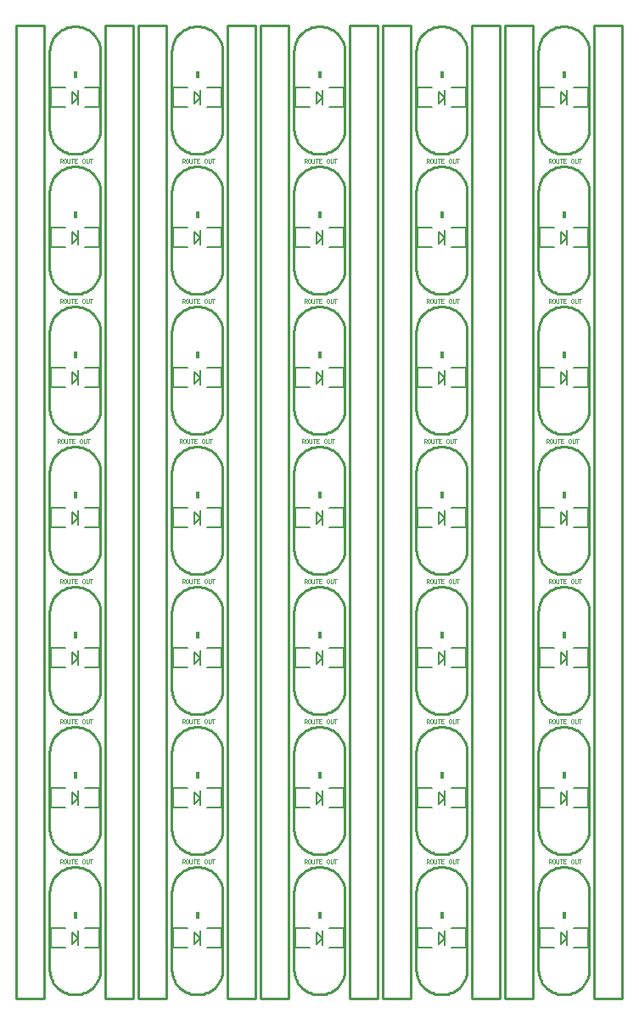
<source format=gto>
G75*
G70*
%OFA0B0*%
%FSLAX24Y24*%
%IPPOS*%
%LPD*%
%AMOC8*
5,1,8,0,0,1.08239X$1,22.5*
%
%ADD10C,0.0100*%
%ADD11C,0.0010*%
%ADD12R,0.0180X0.0300*%
%ADD13C,0.0080*%
D10*
X000150Y000150D02*
X000150Y038350D01*
X001250Y038350D01*
X001250Y000150D01*
X000150Y000150D01*
X001450Y001250D02*
X001450Y004350D01*
X001454Y004411D01*
X001461Y004472D01*
X001472Y004532D01*
X001487Y004592D01*
X001506Y004650D01*
X001528Y004707D01*
X001554Y004763D01*
X001583Y004816D01*
X001615Y004868D01*
X001651Y004918D01*
X001690Y004966D01*
X001732Y005010D01*
X001776Y005053D01*
X001823Y005092D01*
X001872Y005128D01*
X001924Y005161D01*
X001977Y005191D01*
X002033Y005218D01*
X002089Y005240D01*
X002148Y005260D01*
X002207Y005275D01*
X002267Y005287D01*
X002328Y005295D01*
X002389Y005299D01*
X002450Y005300D01*
X002511Y005299D01*
X002572Y005295D01*
X002633Y005287D01*
X002693Y005275D01*
X002752Y005260D01*
X002811Y005240D01*
X002867Y005218D01*
X002923Y005191D01*
X002976Y005161D01*
X003028Y005128D01*
X003077Y005092D01*
X003124Y005053D01*
X003168Y005010D01*
X003210Y004966D01*
X003249Y004918D01*
X003285Y004868D01*
X003317Y004816D01*
X003346Y004763D01*
X003372Y004707D01*
X003394Y004650D01*
X003413Y004592D01*
X003428Y004532D01*
X003439Y004472D01*
X003446Y004411D01*
X003450Y004350D01*
X003450Y001250D01*
X003650Y000150D02*
X003650Y038350D01*
X004750Y038350D01*
X004750Y000150D01*
X003650Y000150D01*
X004950Y000150D02*
X004950Y038350D01*
X006050Y038350D01*
X006050Y000150D01*
X004950Y000150D01*
X006250Y001250D02*
X006250Y004350D01*
X006254Y004411D01*
X006261Y004472D01*
X006272Y004532D01*
X006287Y004592D01*
X006306Y004650D01*
X006328Y004707D01*
X006354Y004763D01*
X006383Y004816D01*
X006415Y004868D01*
X006451Y004918D01*
X006490Y004966D01*
X006532Y005010D01*
X006576Y005053D01*
X006623Y005092D01*
X006672Y005128D01*
X006724Y005161D01*
X006777Y005191D01*
X006833Y005218D01*
X006889Y005240D01*
X006948Y005260D01*
X007007Y005275D01*
X007067Y005287D01*
X007128Y005295D01*
X007189Y005299D01*
X007250Y005300D01*
X007311Y005299D01*
X007372Y005295D01*
X007433Y005287D01*
X007493Y005275D01*
X007552Y005260D01*
X007611Y005240D01*
X007667Y005218D01*
X007723Y005191D01*
X007776Y005161D01*
X007828Y005128D01*
X007877Y005092D01*
X007924Y005053D01*
X007968Y005010D01*
X008010Y004966D01*
X008049Y004918D01*
X008085Y004868D01*
X008117Y004816D01*
X008146Y004763D01*
X008172Y004707D01*
X008194Y004650D01*
X008213Y004592D01*
X008228Y004532D01*
X008239Y004472D01*
X008246Y004411D01*
X008250Y004350D01*
X008250Y001250D01*
X008450Y000150D02*
X008450Y038350D01*
X009550Y038350D01*
X009550Y000150D01*
X008450Y000150D01*
X009750Y000150D02*
X009750Y038350D01*
X010850Y038350D01*
X010850Y000150D01*
X009750Y000150D01*
X011050Y001250D02*
X011050Y004350D01*
X011054Y004411D01*
X011061Y004472D01*
X011072Y004532D01*
X011087Y004592D01*
X011106Y004650D01*
X011128Y004707D01*
X011154Y004763D01*
X011183Y004816D01*
X011215Y004868D01*
X011251Y004918D01*
X011290Y004966D01*
X011332Y005010D01*
X011376Y005053D01*
X011423Y005092D01*
X011472Y005128D01*
X011524Y005161D01*
X011577Y005191D01*
X011633Y005218D01*
X011689Y005240D01*
X011748Y005260D01*
X011807Y005275D01*
X011867Y005287D01*
X011928Y005295D01*
X011989Y005299D01*
X012050Y005300D01*
X012111Y005299D01*
X012172Y005295D01*
X012233Y005287D01*
X012293Y005275D01*
X012352Y005260D01*
X012411Y005240D01*
X012467Y005218D01*
X012523Y005191D01*
X012576Y005161D01*
X012628Y005128D01*
X012677Y005092D01*
X012724Y005053D01*
X012768Y005010D01*
X012810Y004966D01*
X012849Y004918D01*
X012885Y004868D01*
X012917Y004816D01*
X012946Y004763D01*
X012972Y004707D01*
X012994Y004650D01*
X013013Y004592D01*
X013028Y004532D01*
X013039Y004472D01*
X013046Y004411D01*
X013050Y004350D01*
X013050Y001250D01*
X013250Y000150D02*
X013250Y038350D01*
X014350Y038350D01*
X014350Y000150D01*
X013250Y000150D01*
X013050Y001250D02*
X013046Y001189D01*
X013039Y001128D01*
X013028Y001068D01*
X013013Y001009D01*
X012994Y000950D01*
X012972Y000893D01*
X012946Y000837D01*
X012917Y000784D01*
X012885Y000732D01*
X012849Y000682D01*
X012810Y000634D01*
X012768Y000590D01*
X012724Y000547D01*
X012677Y000508D01*
X012628Y000472D01*
X012576Y000439D01*
X012523Y000409D01*
X012467Y000382D01*
X012410Y000360D01*
X012352Y000340D01*
X012293Y000325D01*
X012233Y000313D01*
X012172Y000305D01*
X012111Y000301D01*
X012050Y000300D01*
X011989Y000301D01*
X011928Y000305D01*
X011867Y000313D01*
X011807Y000325D01*
X011748Y000340D01*
X011690Y000360D01*
X011633Y000382D01*
X011577Y000409D01*
X011524Y000439D01*
X011472Y000472D01*
X011423Y000508D01*
X011376Y000547D01*
X011332Y000590D01*
X011290Y000634D01*
X011251Y000682D01*
X011215Y000732D01*
X011183Y000784D01*
X011154Y000837D01*
X011128Y000893D01*
X011106Y000950D01*
X011087Y001009D01*
X011072Y001068D01*
X011061Y001128D01*
X011054Y001189D01*
X011050Y001250D01*
X011050Y006750D02*
X011050Y009850D01*
X011054Y009911D01*
X011061Y009972D01*
X011072Y010032D01*
X011087Y010092D01*
X011106Y010150D01*
X011128Y010207D01*
X011154Y010263D01*
X011183Y010316D01*
X011215Y010368D01*
X011251Y010418D01*
X011290Y010466D01*
X011332Y010510D01*
X011376Y010553D01*
X011423Y010592D01*
X011472Y010628D01*
X011524Y010661D01*
X011577Y010691D01*
X011633Y010718D01*
X011689Y010740D01*
X011748Y010760D01*
X011807Y010775D01*
X011867Y010787D01*
X011928Y010795D01*
X011989Y010799D01*
X012050Y010800D01*
X012111Y010799D01*
X012172Y010795D01*
X012233Y010787D01*
X012293Y010775D01*
X012352Y010760D01*
X012411Y010740D01*
X012467Y010718D01*
X012523Y010691D01*
X012576Y010661D01*
X012628Y010628D01*
X012677Y010592D01*
X012724Y010553D01*
X012768Y010510D01*
X012810Y010466D01*
X012849Y010418D01*
X012885Y010368D01*
X012917Y010316D01*
X012946Y010263D01*
X012972Y010207D01*
X012994Y010150D01*
X013013Y010092D01*
X013028Y010032D01*
X013039Y009972D01*
X013046Y009911D01*
X013050Y009850D01*
X013050Y006750D01*
X013046Y006689D01*
X013039Y006628D01*
X013028Y006568D01*
X013013Y006509D01*
X012994Y006450D01*
X012972Y006393D01*
X012946Y006337D01*
X012917Y006284D01*
X012885Y006232D01*
X012849Y006182D01*
X012810Y006134D01*
X012768Y006090D01*
X012724Y006047D01*
X012677Y006008D01*
X012628Y005972D01*
X012576Y005939D01*
X012523Y005909D01*
X012467Y005882D01*
X012410Y005860D01*
X012352Y005840D01*
X012293Y005825D01*
X012233Y005813D01*
X012172Y005805D01*
X012111Y005801D01*
X012050Y005800D01*
X011989Y005801D01*
X011928Y005805D01*
X011867Y005813D01*
X011807Y005825D01*
X011748Y005840D01*
X011690Y005860D01*
X011633Y005882D01*
X011577Y005909D01*
X011524Y005939D01*
X011472Y005972D01*
X011423Y006008D01*
X011376Y006047D01*
X011332Y006090D01*
X011290Y006134D01*
X011251Y006182D01*
X011215Y006232D01*
X011183Y006284D01*
X011154Y006337D01*
X011128Y006393D01*
X011106Y006450D01*
X011087Y006509D01*
X011072Y006568D01*
X011061Y006628D01*
X011054Y006689D01*
X011050Y006750D01*
X008250Y006750D02*
X008250Y009850D01*
X008246Y009911D01*
X008239Y009972D01*
X008228Y010032D01*
X008213Y010092D01*
X008194Y010150D01*
X008172Y010207D01*
X008146Y010263D01*
X008117Y010316D01*
X008085Y010368D01*
X008049Y010418D01*
X008010Y010466D01*
X007968Y010510D01*
X007924Y010553D01*
X007877Y010592D01*
X007828Y010628D01*
X007776Y010661D01*
X007723Y010691D01*
X007667Y010718D01*
X007611Y010740D01*
X007552Y010760D01*
X007493Y010775D01*
X007433Y010787D01*
X007372Y010795D01*
X007311Y010799D01*
X007250Y010800D01*
X007189Y010799D01*
X007128Y010795D01*
X007067Y010787D01*
X007007Y010775D01*
X006948Y010760D01*
X006889Y010740D01*
X006833Y010718D01*
X006777Y010691D01*
X006724Y010661D01*
X006672Y010628D01*
X006623Y010592D01*
X006576Y010553D01*
X006532Y010510D01*
X006490Y010466D01*
X006451Y010418D01*
X006415Y010368D01*
X006383Y010316D01*
X006354Y010263D01*
X006328Y010207D01*
X006306Y010150D01*
X006287Y010092D01*
X006272Y010032D01*
X006261Y009972D01*
X006254Y009911D01*
X006250Y009850D01*
X006250Y006750D01*
X006254Y006689D01*
X006261Y006628D01*
X006272Y006568D01*
X006287Y006509D01*
X006306Y006450D01*
X006328Y006393D01*
X006354Y006337D01*
X006383Y006284D01*
X006415Y006232D01*
X006451Y006182D01*
X006490Y006134D01*
X006532Y006090D01*
X006576Y006047D01*
X006623Y006008D01*
X006672Y005972D01*
X006724Y005939D01*
X006777Y005909D01*
X006833Y005882D01*
X006890Y005860D01*
X006948Y005840D01*
X007007Y005825D01*
X007067Y005813D01*
X007128Y005805D01*
X007189Y005801D01*
X007250Y005800D01*
X007311Y005801D01*
X007372Y005805D01*
X007433Y005813D01*
X007493Y005825D01*
X007552Y005840D01*
X007610Y005860D01*
X007667Y005882D01*
X007723Y005909D01*
X007776Y005939D01*
X007828Y005972D01*
X007877Y006008D01*
X007924Y006047D01*
X007968Y006090D01*
X008010Y006134D01*
X008049Y006182D01*
X008085Y006232D01*
X008117Y006284D01*
X008146Y006337D01*
X008172Y006393D01*
X008194Y006450D01*
X008213Y006509D01*
X008228Y006568D01*
X008239Y006628D01*
X008246Y006689D01*
X008250Y006750D01*
X008250Y012250D02*
X008250Y015350D01*
X008246Y015411D01*
X008239Y015472D01*
X008228Y015532D01*
X008213Y015592D01*
X008194Y015650D01*
X008172Y015707D01*
X008146Y015763D01*
X008117Y015816D01*
X008085Y015868D01*
X008049Y015918D01*
X008010Y015966D01*
X007968Y016010D01*
X007924Y016053D01*
X007877Y016092D01*
X007828Y016128D01*
X007776Y016161D01*
X007723Y016191D01*
X007667Y016218D01*
X007611Y016240D01*
X007552Y016260D01*
X007493Y016275D01*
X007433Y016287D01*
X007372Y016295D01*
X007311Y016299D01*
X007250Y016300D01*
X007189Y016299D01*
X007128Y016295D01*
X007067Y016287D01*
X007007Y016275D01*
X006948Y016260D01*
X006889Y016240D01*
X006833Y016218D01*
X006777Y016191D01*
X006724Y016161D01*
X006672Y016128D01*
X006623Y016092D01*
X006576Y016053D01*
X006532Y016010D01*
X006490Y015966D01*
X006451Y015918D01*
X006415Y015868D01*
X006383Y015816D01*
X006354Y015763D01*
X006328Y015707D01*
X006306Y015650D01*
X006287Y015592D01*
X006272Y015532D01*
X006261Y015472D01*
X006254Y015411D01*
X006250Y015350D01*
X006250Y012250D01*
X006254Y012189D01*
X006261Y012128D01*
X006272Y012068D01*
X006287Y012009D01*
X006306Y011950D01*
X006328Y011893D01*
X006354Y011837D01*
X006383Y011784D01*
X006415Y011732D01*
X006451Y011682D01*
X006490Y011634D01*
X006532Y011590D01*
X006576Y011547D01*
X006623Y011508D01*
X006672Y011472D01*
X006724Y011439D01*
X006777Y011409D01*
X006833Y011382D01*
X006890Y011360D01*
X006948Y011340D01*
X007007Y011325D01*
X007067Y011313D01*
X007128Y011305D01*
X007189Y011301D01*
X007250Y011300D01*
X007311Y011301D01*
X007372Y011305D01*
X007433Y011313D01*
X007493Y011325D01*
X007552Y011340D01*
X007610Y011360D01*
X007667Y011382D01*
X007723Y011409D01*
X007776Y011439D01*
X007828Y011472D01*
X007877Y011508D01*
X007924Y011547D01*
X007968Y011590D01*
X008010Y011634D01*
X008049Y011682D01*
X008085Y011732D01*
X008117Y011784D01*
X008146Y011837D01*
X008172Y011893D01*
X008194Y011950D01*
X008213Y012009D01*
X008228Y012068D01*
X008239Y012128D01*
X008246Y012189D01*
X008250Y012250D01*
X011050Y012250D02*
X011050Y015350D01*
X011054Y015411D01*
X011061Y015472D01*
X011072Y015532D01*
X011087Y015592D01*
X011106Y015650D01*
X011128Y015707D01*
X011154Y015763D01*
X011183Y015816D01*
X011215Y015868D01*
X011251Y015918D01*
X011290Y015966D01*
X011332Y016010D01*
X011376Y016053D01*
X011423Y016092D01*
X011472Y016128D01*
X011524Y016161D01*
X011577Y016191D01*
X011633Y016218D01*
X011689Y016240D01*
X011748Y016260D01*
X011807Y016275D01*
X011867Y016287D01*
X011928Y016295D01*
X011989Y016299D01*
X012050Y016300D01*
X012111Y016299D01*
X012172Y016295D01*
X012233Y016287D01*
X012293Y016275D01*
X012352Y016260D01*
X012411Y016240D01*
X012467Y016218D01*
X012523Y016191D01*
X012576Y016161D01*
X012628Y016128D01*
X012677Y016092D01*
X012724Y016053D01*
X012768Y016010D01*
X012810Y015966D01*
X012849Y015918D01*
X012885Y015868D01*
X012917Y015816D01*
X012946Y015763D01*
X012972Y015707D01*
X012994Y015650D01*
X013013Y015592D01*
X013028Y015532D01*
X013039Y015472D01*
X013046Y015411D01*
X013050Y015350D01*
X013050Y012250D01*
X013046Y012189D01*
X013039Y012128D01*
X013028Y012068D01*
X013013Y012009D01*
X012994Y011950D01*
X012972Y011893D01*
X012946Y011837D01*
X012917Y011784D01*
X012885Y011732D01*
X012849Y011682D01*
X012810Y011634D01*
X012768Y011590D01*
X012724Y011547D01*
X012677Y011508D01*
X012628Y011472D01*
X012576Y011439D01*
X012523Y011409D01*
X012467Y011382D01*
X012410Y011360D01*
X012352Y011340D01*
X012293Y011325D01*
X012233Y011313D01*
X012172Y011305D01*
X012111Y011301D01*
X012050Y011300D01*
X011989Y011301D01*
X011928Y011305D01*
X011867Y011313D01*
X011807Y011325D01*
X011748Y011340D01*
X011690Y011360D01*
X011633Y011382D01*
X011577Y011409D01*
X011524Y011439D01*
X011472Y011472D01*
X011423Y011508D01*
X011376Y011547D01*
X011332Y011590D01*
X011290Y011634D01*
X011251Y011682D01*
X011215Y011732D01*
X011183Y011784D01*
X011154Y011837D01*
X011128Y011893D01*
X011106Y011950D01*
X011087Y012009D01*
X011072Y012068D01*
X011061Y012128D01*
X011054Y012189D01*
X011050Y012250D01*
X011050Y017750D02*
X011050Y020850D01*
X011054Y020911D01*
X011061Y020972D01*
X011072Y021032D01*
X011087Y021092D01*
X011106Y021150D01*
X011128Y021207D01*
X011154Y021263D01*
X011183Y021316D01*
X011215Y021368D01*
X011251Y021418D01*
X011290Y021466D01*
X011332Y021510D01*
X011376Y021553D01*
X011423Y021592D01*
X011472Y021628D01*
X011524Y021661D01*
X011577Y021691D01*
X011633Y021718D01*
X011689Y021740D01*
X011748Y021760D01*
X011807Y021775D01*
X011867Y021787D01*
X011928Y021795D01*
X011989Y021799D01*
X012050Y021800D01*
X012111Y021799D01*
X012172Y021795D01*
X012233Y021787D01*
X012293Y021775D01*
X012352Y021760D01*
X012411Y021740D01*
X012467Y021718D01*
X012523Y021691D01*
X012576Y021661D01*
X012628Y021628D01*
X012677Y021592D01*
X012724Y021553D01*
X012768Y021510D01*
X012810Y021466D01*
X012849Y021418D01*
X012885Y021368D01*
X012917Y021316D01*
X012946Y021263D01*
X012972Y021207D01*
X012994Y021150D01*
X013013Y021092D01*
X013028Y021032D01*
X013039Y020972D01*
X013046Y020911D01*
X013050Y020850D01*
X013050Y017750D01*
X013046Y017689D01*
X013039Y017628D01*
X013028Y017568D01*
X013013Y017509D01*
X012994Y017450D01*
X012972Y017393D01*
X012946Y017337D01*
X012917Y017284D01*
X012885Y017232D01*
X012849Y017182D01*
X012810Y017134D01*
X012768Y017090D01*
X012724Y017047D01*
X012677Y017008D01*
X012628Y016972D01*
X012576Y016939D01*
X012523Y016909D01*
X012467Y016882D01*
X012410Y016860D01*
X012352Y016840D01*
X012293Y016825D01*
X012233Y016813D01*
X012172Y016805D01*
X012111Y016801D01*
X012050Y016800D01*
X011989Y016801D01*
X011928Y016805D01*
X011867Y016813D01*
X011807Y016825D01*
X011748Y016840D01*
X011690Y016860D01*
X011633Y016882D01*
X011577Y016909D01*
X011524Y016939D01*
X011472Y016972D01*
X011423Y017008D01*
X011376Y017047D01*
X011332Y017090D01*
X011290Y017134D01*
X011251Y017182D01*
X011215Y017232D01*
X011183Y017284D01*
X011154Y017337D01*
X011128Y017393D01*
X011106Y017450D01*
X011087Y017509D01*
X011072Y017568D01*
X011061Y017628D01*
X011054Y017689D01*
X011050Y017750D01*
X008250Y017750D02*
X008250Y020850D01*
X008246Y020911D01*
X008239Y020972D01*
X008228Y021032D01*
X008213Y021092D01*
X008194Y021150D01*
X008172Y021207D01*
X008146Y021263D01*
X008117Y021316D01*
X008085Y021368D01*
X008049Y021418D01*
X008010Y021466D01*
X007968Y021510D01*
X007924Y021553D01*
X007877Y021592D01*
X007828Y021628D01*
X007776Y021661D01*
X007723Y021691D01*
X007667Y021718D01*
X007611Y021740D01*
X007552Y021760D01*
X007493Y021775D01*
X007433Y021787D01*
X007372Y021795D01*
X007311Y021799D01*
X007250Y021800D01*
X007189Y021799D01*
X007128Y021795D01*
X007067Y021787D01*
X007007Y021775D01*
X006948Y021760D01*
X006889Y021740D01*
X006833Y021718D01*
X006777Y021691D01*
X006724Y021661D01*
X006672Y021628D01*
X006623Y021592D01*
X006576Y021553D01*
X006532Y021510D01*
X006490Y021466D01*
X006451Y021418D01*
X006415Y021368D01*
X006383Y021316D01*
X006354Y021263D01*
X006328Y021207D01*
X006306Y021150D01*
X006287Y021092D01*
X006272Y021032D01*
X006261Y020972D01*
X006254Y020911D01*
X006250Y020850D01*
X006250Y017750D01*
X006254Y017689D01*
X006261Y017628D01*
X006272Y017568D01*
X006287Y017509D01*
X006306Y017450D01*
X006328Y017393D01*
X006354Y017337D01*
X006383Y017284D01*
X006415Y017232D01*
X006451Y017182D01*
X006490Y017134D01*
X006532Y017090D01*
X006576Y017047D01*
X006623Y017008D01*
X006672Y016972D01*
X006724Y016939D01*
X006777Y016909D01*
X006833Y016882D01*
X006890Y016860D01*
X006948Y016840D01*
X007007Y016825D01*
X007067Y016813D01*
X007128Y016805D01*
X007189Y016801D01*
X007250Y016800D01*
X007311Y016801D01*
X007372Y016805D01*
X007433Y016813D01*
X007493Y016825D01*
X007552Y016840D01*
X007610Y016860D01*
X007667Y016882D01*
X007723Y016909D01*
X007776Y016939D01*
X007828Y016972D01*
X007877Y017008D01*
X007924Y017047D01*
X007968Y017090D01*
X008010Y017134D01*
X008049Y017182D01*
X008085Y017232D01*
X008117Y017284D01*
X008146Y017337D01*
X008172Y017393D01*
X008194Y017450D01*
X008213Y017509D01*
X008228Y017568D01*
X008239Y017628D01*
X008246Y017689D01*
X008250Y017750D01*
X008250Y023250D02*
X008250Y026350D01*
X008246Y026411D01*
X008239Y026472D01*
X008228Y026532D01*
X008213Y026592D01*
X008194Y026650D01*
X008172Y026707D01*
X008146Y026763D01*
X008117Y026816D01*
X008085Y026868D01*
X008049Y026918D01*
X008010Y026966D01*
X007968Y027010D01*
X007924Y027053D01*
X007877Y027092D01*
X007828Y027128D01*
X007776Y027161D01*
X007723Y027191D01*
X007667Y027218D01*
X007611Y027240D01*
X007552Y027260D01*
X007493Y027275D01*
X007433Y027287D01*
X007372Y027295D01*
X007311Y027299D01*
X007250Y027300D01*
X007189Y027299D01*
X007128Y027295D01*
X007067Y027287D01*
X007007Y027275D01*
X006948Y027260D01*
X006889Y027240D01*
X006833Y027218D01*
X006777Y027191D01*
X006724Y027161D01*
X006672Y027128D01*
X006623Y027092D01*
X006576Y027053D01*
X006532Y027010D01*
X006490Y026966D01*
X006451Y026918D01*
X006415Y026868D01*
X006383Y026816D01*
X006354Y026763D01*
X006328Y026707D01*
X006306Y026650D01*
X006287Y026592D01*
X006272Y026532D01*
X006261Y026472D01*
X006254Y026411D01*
X006250Y026350D01*
X006250Y023250D01*
X006254Y023189D01*
X006261Y023128D01*
X006272Y023068D01*
X006287Y023009D01*
X006306Y022950D01*
X006328Y022893D01*
X006354Y022837D01*
X006383Y022784D01*
X006415Y022732D01*
X006451Y022682D01*
X006490Y022634D01*
X006532Y022590D01*
X006576Y022547D01*
X006623Y022508D01*
X006672Y022472D01*
X006724Y022439D01*
X006777Y022409D01*
X006833Y022382D01*
X006890Y022360D01*
X006948Y022340D01*
X007007Y022325D01*
X007067Y022313D01*
X007128Y022305D01*
X007189Y022301D01*
X007250Y022300D01*
X007311Y022301D01*
X007372Y022305D01*
X007433Y022313D01*
X007493Y022325D01*
X007552Y022340D01*
X007610Y022360D01*
X007667Y022382D01*
X007723Y022409D01*
X007776Y022439D01*
X007828Y022472D01*
X007877Y022508D01*
X007924Y022547D01*
X007968Y022590D01*
X008010Y022634D01*
X008049Y022682D01*
X008085Y022732D01*
X008117Y022784D01*
X008146Y022837D01*
X008172Y022893D01*
X008194Y022950D01*
X008213Y023009D01*
X008228Y023068D01*
X008239Y023128D01*
X008246Y023189D01*
X008250Y023250D01*
X011050Y023250D02*
X011050Y026350D01*
X011054Y026411D01*
X011061Y026472D01*
X011072Y026532D01*
X011087Y026592D01*
X011106Y026650D01*
X011128Y026707D01*
X011154Y026763D01*
X011183Y026816D01*
X011215Y026868D01*
X011251Y026918D01*
X011290Y026966D01*
X011332Y027010D01*
X011376Y027053D01*
X011423Y027092D01*
X011472Y027128D01*
X011524Y027161D01*
X011577Y027191D01*
X011633Y027218D01*
X011689Y027240D01*
X011748Y027260D01*
X011807Y027275D01*
X011867Y027287D01*
X011928Y027295D01*
X011989Y027299D01*
X012050Y027300D01*
X012111Y027299D01*
X012172Y027295D01*
X012233Y027287D01*
X012293Y027275D01*
X012352Y027260D01*
X012411Y027240D01*
X012467Y027218D01*
X012523Y027191D01*
X012576Y027161D01*
X012628Y027128D01*
X012677Y027092D01*
X012724Y027053D01*
X012768Y027010D01*
X012810Y026966D01*
X012849Y026918D01*
X012885Y026868D01*
X012917Y026816D01*
X012946Y026763D01*
X012972Y026707D01*
X012994Y026650D01*
X013013Y026592D01*
X013028Y026532D01*
X013039Y026472D01*
X013046Y026411D01*
X013050Y026350D01*
X013050Y023250D01*
X013046Y023189D01*
X013039Y023128D01*
X013028Y023068D01*
X013013Y023009D01*
X012994Y022950D01*
X012972Y022893D01*
X012946Y022837D01*
X012917Y022784D01*
X012885Y022732D01*
X012849Y022682D01*
X012810Y022634D01*
X012768Y022590D01*
X012724Y022547D01*
X012677Y022508D01*
X012628Y022472D01*
X012576Y022439D01*
X012523Y022409D01*
X012467Y022382D01*
X012410Y022360D01*
X012352Y022340D01*
X012293Y022325D01*
X012233Y022313D01*
X012172Y022305D01*
X012111Y022301D01*
X012050Y022300D01*
X011989Y022301D01*
X011928Y022305D01*
X011867Y022313D01*
X011807Y022325D01*
X011748Y022340D01*
X011690Y022360D01*
X011633Y022382D01*
X011577Y022409D01*
X011524Y022439D01*
X011472Y022472D01*
X011423Y022508D01*
X011376Y022547D01*
X011332Y022590D01*
X011290Y022634D01*
X011251Y022682D01*
X011215Y022732D01*
X011183Y022784D01*
X011154Y022837D01*
X011128Y022893D01*
X011106Y022950D01*
X011087Y023009D01*
X011072Y023068D01*
X011061Y023128D01*
X011054Y023189D01*
X011050Y023250D01*
X011050Y028750D02*
X011050Y031850D01*
X011054Y031911D01*
X011061Y031972D01*
X011072Y032032D01*
X011087Y032092D01*
X011106Y032150D01*
X011128Y032207D01*
X011154Y032263D01*
X011183Y032316D01*
X011215Y032368D01*
X011251Y032418D01*
X011290Y032466D01*
X011332Y032510D01*
X011376Y032553D01*
X011423Y032592D01*
X011472Y032628D01*
X011524Y032661D01*
X011577Y032691D01*
X011633Y032718D01*
X011689Y032740D01*
X011748Y032760D01*
X011807Y032775D01*
X011867Y032787D01*
X011928Y032795D01*
X011989Y032799D01*
X012050Y032800D01*
X012111Y032799D01*
X012172Y032795D01*
X012233Y032787D01*
X012293Y032775D01*
X012352Y032760D01*
X012411Y032740D01*
X012467Y032718D01*
X012523Y032691D01*
X012576Y032661D01*
X012628Y032628D01*
X012677Y032592D01*
X012724Y032553D01*
X012768Y032510D01*
X012810Y032466D01*
X012849Y032418D01*
X012885Y032368D01*
X012917Y032316D01*
X012946Y032263D01*
X012972Y032207D01*
X012994Y032150D01*
X013013Y032092D01*
X013028Y032032D01*
X013039Y031972D01*
X013046Y031911D01*
X013050Y031850D01*
X013050Y028750D01*
X013046Y028689D01*
X013039Y028628D01*
X013028Y028568D01*
X013013Y028509D01*
X012994Y028450D01*
X012972Y028393D01*
X012946Y028337D01*
X012917Y028284D01*
X012885Y028232D01*
X012849Y028182D01*
X012810Y028134D01*
X012768Y028090D01*
X012724Y028047D01*
X012677Y028008D01*
X012628Y027972D01*
X012576Y027939D01*
X012523Y027909D01*
X012467Y027882D01*
X012410Y027860D01*
X012352Y027840D01*
X012293Y027825D01*
X012233Y027813D01*
X012172Y027805D01*
X012111Y027801D01*
X012050Y027800D01*
X011989Y027801D01*
X011928Y027805D01*
X011867Y027813D01*
X011807Y027825D01*
X011748Y027840D01*
X011690Y027860D01*
X011633Y027882D01*
X011577Y027909D01*
X011524Y027939D01*
X011472Y027972D01*
X011423Y028008D01*
X011376Y028047D01*
X011332Y028090D01*
X011290Y028134D01*
X011251Y028182D01*
X011215Y028232D01*
X011183Y028284D01*
X011154Y028337D01*
X011128Y028393D01*
X011106Y028450D01*
X011087Y028509D01*
X011072Y028568D01*
X011061Y028628D01*
X011054Y028689D01*
X011050Y028750D01*
X008250Y028750D02*
X008250Y031850D01*
X008246Y031911D01*
X008239Y031972D01*
X008228Y032032D01*
X008213Y032092D01*
X008194Y032150D01*
X008172Y032207D01*
X008146Y032263D01*
X008117Y032316D01*
X008085Y032368D01*
X008049Y032418D01*
X008010Y032466D01*
X007968Y032510D01*
X007924Y032553D01*
X007877Y032592D01*
X007828Y032628D01*
X007776Y032661D01*
X007723Y032691D01*
X007667Y032718D01*
X007611Y032740D01*
X007552Y032760D01*
X007493Y032775D01*
X007433Y032787D01*
X007372Y032795D01*
X007311Y032799D01*
X007250Y032800D01*
X007189Y032799D01*
X007128Y032795D01*
X007067Y032787D01*
X007007Y032775D01*
X006948Y032760D01*
X006889Y032740D01*
X006833Y032718D01*
X006777Y032691D01*
X006724Y032661D01*
X006672Y032628D01*
X006623Y032592D01*
X006576Y032553D01*
X006532Y032510D01*
X006490Y032466D01*
X006451Y032418D01*
X006415Y032368D01*
X006383Y032316D01*
X006354Y032263D01*
X006328Y032207D01*
X006306Y032150D01*
X006287Y032092D01*
X006272Y032032D01*
X006261Y031972D01*
X006254Y031911D01*
X006250Y031850D01*
X006250Y028750D01*
X006254Y028689D01*
X006261Y028628D01*
X006272Y028568D01*
X006287Y028509D01*
X006306Y028450D01*
X006328Y028393D01*
X006354Y028337D01*
X006383Y028284D01*
X006415Y028232D01*
X006451Y028182D01*
X006490Y028134D01*
X006532Y028090D01*
X006576Y028047D01*
X006623Y028008D01*
X006672Y027972D01*
X006724Y027939D01*
X006777Y027909D01*
X006833Y027882D01*
X006890Y027860D01*
X006948Y027840D01*
X007007Y027825D01*
X007067Y027813D01*
X007128Y027805D01*
X007189Y027801D01*
X007250Y027800D01*
X007311Y027801D01*
X007372Y027805D01*
X007433Y027813D01*
X007493Y027825D01*
X007552Y027840D01*
X007610Y027860D01*
X007667Y027882D01*
X007723Y027909D01*
X007776Y027939D01*
X007828Y027972D01*
X007877Y028008D01*
X007924Y028047D01*
X007968Y028090D01*
X008010Y028134D01*
X008049Y028182D01*
X008085Y028232D01*
X008117Y028284D01*
X008146Y028337D01*
X008172Y028393D01*
X008194Y028450D01*
X008213Y028509D01*
X008228Y028568D01*
X008239Y028628D01*
X008246Y028689D01*
X008250Y028750D01*
X008250Y034250D02*
X008250Y037350D01*
X008246Y037411D01*
X008239Y037472D01*
X008228Y037532D01*
X008213Y037592D01*
X008194Y037650D01*
X008172Y037707D01*
X008146Y037763D01*
X008117Y037816D01*
X008085Y037868D01*
X008049Y037918D01*
X008010Y037966D01*
X007968Y038010D01*
X007924Y038053D01*
X007877Y038092D01*
X007828Y038128D01*
X007776Y038161D01*
X007723Y038191D01*
X007667Y038218D01*
X007611Y038240D01*
X007552Y038260D01*
X007493Y038275D01*
X007433Y038287D01*
X007372Y038295D01*
X007311Y038299D01*
X007250Y038300D01*
X007189Y038299D01*
X007128Y038295D01*
X007067Y038287D01*
X007007Y038275D01*
X006948Y038260D01*
X006889Y038240D01*
X006833Y038218D01*
X006777Y038191D01*
X006724Y038161D01*
X006672Y038128D01*
X006623Y038092D01*
X006576Y038053D01*
X006532Y038010D01*
X006490Y037966D01*
X006451Y037918D01*
X006415Y037868D01*
X006383Y037816D01*
X006354Y037763D01*
X006328Y037707D01*
X006306Y037650D01*
X006287Y037592D01*
X006272Y037532D01*
X006261Y037472D01*
X006254Y037411D01*
X006250Y037350D01*
X006250Y034250D01*
X006254Y034189D01*
X006261Y034128D01*
X006272Y034068D01*
X006287Y034009D01*
X006306Y033950D01*
X006328Y033893D01*
X006354Y033837D01*
X006383Y033784D01*
X006415Y033732D01*
X006451Y033682D01*
X006490Y033634D01*
X006532Y033590D01*
X006576Y033547D01*
X006623Y033508D01*
X006672Y033472D01*
X006724Y033439D01*
X006777Y033409D01*
X006833Y033382D01*
X006890Y033360D01*
X006948Y033340D01*
X007007Y033325D01*
X007067Y033313D01*
X007128Y033305D01*
X007189Y033301D01*
X007250Y033300D01*
X007311Y033301D01*
X007372Y033305D01*
X007433Y033313D01*
X007493Y033325D01*
X007552Y033340D01*
X007610Y033360D01*
X007667Y033382D01*
X007723Y033409D01*
X007776Y033439D01*
X007828Y033472D01*
X007877Y033508D01*
X007924Y033547D01*
X007968Y033590D01*
X008010Y033634D01*
X008049Y033682D01*
X008085Y033732D01*
X008117Y033784D01*
X008146Y033837D01*
X008172Y033893D01*
X008194Y033950D01*
X008213Y034009D01*
X008228Y034068D01*
X008239Y034128D01*
X008246Y034189D01*
X008250Y034250D01*
X011050Y034250D02*
X011050Y037350D01*
X011054Y037411D01*
X011061Y037472D01*
X011072Y037532D01*
X011087Y037592D01*
X011106Y037650D01*
X011128Y037707D01*
X011154Y037763D01*
X011183Y037816D01*
X011215Y037868D01*
X011251Y037918D01*
X011290Y037966D01*
X011332Y038010D01*
X011376Y038053D01*
X011423Y038092D01*
X011472Y038128D01*
X011524Y038161D01*
X011577Y038191D01*
X011633Y038218D01*
X011689Y038240D01*
X011748Y038260D01*
X011807Y038275D01*
X011867Y038287D01*
X011928Y038295D01*
X011989Y038299D01*
X012050Y038300D01*
X012111Y038299D01*
X012172Y038295D01*
X012233Y038287D01*
X012293Y038275D01*
X012352Y038260D01*
X012411Y038240D01*
X012467Y038218D01*
X012523Y038191D01*
X012576Y038161D01*
X012628Y038128D01*
X012677Y038092D01*
X012724Y038053D01*
X012768Y038010D01*
X012810Y037966D01*
X012849Y037918D01*
X012885Y037868D01*
X012917Y037816D01*
X012946Y037763D01*
X012972Y037707D01*
X012994Y037650D01*
X013013Y037592D01*
X013028Y037532D01*
X013039Y037472D01*
X013046Y037411D01*
X013050Y037350D01*
X013050Y034250D01*
X013046Y034189D01*
X013039Y034128D01*
X013028Y034068D01*
X013013Y034009D01*
X012994Y033950D01*
X012972Y033893D01*
X012946Y033837D01*
X012917Y033784D01*
X012885Y033732D01*
X012849Y033682D01*
X012810Y033634D01*
X012768Y033590D01*
X012724Y033547D01*
X012677Y033508D01*
X012628Y033472D01*
X012576Y033439D01*
X012523Y033409D01*
X012467Y033382D01*
X012410Y033360D01*
X012352Y033340D01*
X012293Y033325D01*
X012233Y033313D01*
X012172Y033305D01*
X012111Y033301D01*
X012050Y033300D01*
X011989Y033301D01*
X011928Y033305D01*
X011867Y033313D01*
X011807Y033325D01*
X011748Y033340D01*
X011690Y033360D01*
X011633Y033382D01*
X011577Y033409D01*
X011524Y033439D01*
X011472Y033472D01*
X011423Y033508D01*
X011376Y033547D01*
X011332Y033590D01*
X011290Y033634D01*
X011251Y033682D01*
X011215Y033732D01*
X011183Y033784D01*
X011154Y033837D01*
X011128Y033893D01*
X011106Y033950D01*
X011087Y034009D01*
X011072Y034068D01*
X011061Y034128D01*
X011054Y034189D01*
X011050Y034250D01*
X014550Y038350D02*
X015650Y038350D01*
X015650Y000150D01*
X014550Y000150D01*
X014550Y038350D01*
X015850Y037350D02*
X015850Y034250D01*
X015854Y034189D01*
X015861Y034128D01*
X015872Y034068D01*
X015887Y034009D01*
X015906Y033950D01*
X015928Y033893D01*
X015954Y033837D01*
X015983Y033784D01*
X016015Y033732D01*
X016051Y033682D01*
X016090Y033634D01*
X016132Y033590D01*
X016176Y033547D01*
X016223Y033508D01*
X016272Y033472D01*
X016324Y033439D01*
X016377Y033409D01*
X016433Y033382D01*
X016490Y033360D01*
X016548Y033340D01*
X016607Y033325D01*
X016667Y033313D01*
X016728Y033305D01*
X016789Y033301D01*
X016850Y033300D01*
X016911Y033301D01*
X016972Y033305D01*
X017033Y033313D01*
X017093Y033325D01*
X017152Y033340D01*
X017210Y033360D01*
X017267Y033382D01*
X017323Y033409D01*
X017376Y033439D01*
X017428Y033472D01*
X017477Y033508D01*
X017524Y033547D01*
X017568Y033590D01*
X017610Y033634D01*
X017649Y033682D01*
X017685Y033732D01*
X017717Y033784D01*
X017746Y033837D01*
X017772Y033893D01*
X017794Y033950D01*
X017813Y034009D01*
X017828Y034068D01*
X017839Y034128D01*
X017846Y034189D01*
X017850Y034250D01*
X017850Y037350D01*
X018050Y038350D02*
X019150Y038350D01*
X019150Y000150D01*
X018050Y000150D01*
X018050Y038350D01*
X017850Y037350D02*
X017846Y037411D01*
X017839Y037472D01*
X017828Y037532D01*
X017813Y037592D01*
X017794Y037650D01*
X017772Y037707D01*
X017746Y037763D01*
X017717Y037816D01*
X017685Y037868D01*
X017649Y037918D01*
X017610Y037966D01*
X017568Y038010D01*
X017524Y038053D01*
X017477Y038092D01*
X017428Y038128D01*
X017376Y038161D01*
X017323Y038191D01*
X017267Y038218D01*
X017211Y038240D01*
X017152Y038260D01*
X017093Y038275D01*
X017033Y038287D01*
X016972Y038295D01*
X016911Y038299D01*
X016850Y038300D01*
X016789Y038299D01*
X016728Y038295D01*
X016667Y038287D01*
X016607Y038275D01*
X016548Y038260D01*
X016489Y038240D01*
X016433Y038218D01*
X016377Y038191D01*
X016324Y038161D01*
X016272Y038128D01*
X016223Y038092D01*
X016176Y038053D01*
X016132Y038010D01*
X016090Y037966D01*
X016051Y037918D01*
X016015Y037868D01*
X015983Y037816D01*
X015954Y037763D01*
X015928Y037707D01*
X015906Y037650D01*
X015887Y037592D01*
X015872Y037532D01*
X015861Y037472D01*
X015854Y037411D01*
X015850Y037350D01*
X019350Y038350D02*
X020450Y038350D01*
X020450Y000150D01*
X019350Y000150D01*
X019350Y038350D01*
X020650Y037350D02*
X020650Y034250D01*
X020654Y034189D01*
X020661Y034128D01*
X020672Y034068D01*
X020687Y034009D01*
X020706Y033950D01*
X020728Y033893D01*
X020754Y033837D01*
X020783Y033784D01*
X020815Y033732D01*
X020851Y033682D01*
X020890Y033634D01*
X020932Y033590D01*
X020976Y033547D01*
X021023Y033508D01*
X021072Y033472D01*
X021124Y033439D01*
X021177Y033409D01*
X021233Y033382D01*
X021290Y033360D01*
X021348Y033340D01*
X021407Y033325D01*
X021467Y033313D01*
X021528Y033305D01*
X021589Y033301D01*
X021650Y033300D01*
X021711Y033301D01*
X021772Y033305D01*
X021833Y033313D01*
X021893Y033325D01*
X021952Y033340D01*
X022010Y033360D01*
X022067Y033382D01*
X022123Y033409D01*
X022176Y033439D01*
X022228Y033472D01*
X022277Y033508D01*
X022324Y033547D01*
X022368Y033590D01*
X022410Y033634D01*
X022449Y033682D01*
X022485Y033732D01*
X022517Y033784D01*
X022546Y033837D01*
X022572Y033893D01*
X022594Y033950D01*
X022613Y034009D01*
X022628Y034068D01*
X022639Y034128D01*
X022646Y034189D01*
X022650Y034250D01*
X022650Y037350D01*
X022850Y038350D02*
X023950Y038350D01*
X023950Y000150D01*
X022850Y000150D01*
X022850Y038350D01*
X022650Y037350D02*
X022646Y037411D01*
X022639Y037472D01*
X022628Y037532D01*
X022613Y037592D01*
X022594Y037650D01*
X022572Y037707D01*
X022546Y037763D01*
X022517Y037816D01*
X022485Y037868D01*
X022449Y037918D01*
X022410Y037966D01*
X022368Y038010D01*
X022324Y038053D01*
X022277Y038092D01*
X022228Y038128D01*
X022176Y038161D01*
X022123Y038191D01*
X022067Y038218D01*
X022011Y038240D01*
X021952Y038260D01*
X021893Y038275D01*
X021833Y038287D01*
X021772Y038295D01*
X021711Y038299D01*
X021650Y038300D01*
X021589Y038299D01*
X021528Y038295D01*
X021467Y038287D01*
X021407Y038275D01*
X021348Y038260D01*
X021289Y038240D01*
X021233Y038218D01*
X021177Y038191D01*
X021124Y038161D01*
X021072Y038128D01*
X021023Y038092D01*
X020976Y038053D01*
X020932Y038010D01*
X020890Y037966D01*
X020851Y037918D01*
X020815Y037868D01*
X020783Y037816D01*
X020754Y037763D01*
X020728Y037707D01*
X020706Y037650D01*
X020687Y037592D01*
X020672Y037532D01*
X020661Y037472D01*
X020654Y037411D01*
X020650Y037350D01*
X020650Y031850D02*
X020650Y028750D01*
X020654Y028689D01*
X020661Y028628D01*
X020672Y028568D01*
X020687Y028509D01*
X020706Y028450D01*
X020728Y028393D01*
X020754Y028337D01*
X020783Y028284D01*
X020815Y028232D01*
X020851Y028182D01*
X020890Y028134D01*
X020932Y028090D01*
X020976Y028047D01*
X021023Y028008D01*
X021072Y027972D01*
X021124Y027939D01*
X021177Y027909D01*
X021233Y027882D01*
X021290Y027860D01*
X021348Y027840D01*
X021407Y027825D01*
X021467Y027813D01*
X021528Y027805D01*
X021589Y027801D01*
X021650Y027800D01*
X021711Y027801D01*
X021772Y027805D01*
X021833Y027813D01*
X021893Y027825D01*
X021952Y027840D01*
X022010Y027860D01*
X022067Y027882D01*
X022123Y027909D01*
X022176Y027939D01*
X022228Y027972D01*
X022277Y028008D01*
X022324Y028047D01*
X022368Y028090D01*
X022410Y028134D01*
X022449Y028182D01*
X022485Y028232D01*
X022517Y028284D01*
X022546Y028337D01*
X022572Y028393D01*
X022594Y028450D01*
X022613Y028509D01*
X022628Y028568D01*
X022639Y028628D01*
X022646Y028689D01*
X022650Y028750D01*
X022650Y031850D01*
X022646Y031911D01*
X022639Y031972D01*
X022628Y032032D01*
X022613Y032092D01*
X022594Y032150D01*
X022572Y032207D01*
X022546Y032263D01*
X022517Y032316D01*
X022485Y032368D01*
X022449Y032418D01*
X022410Y032466D01*
X022368Y032510D01*
X022324Y032553D01*
X022277Y032592D01*
X022228Y032628D01*
X022176Y032661D01*
X022123Y032691D01*
X022067Y032718D01*
X022011Y032740D01*
X021952Y032760D01*
X021893Y032775D01*
X021833Y032787D01*
X021772Y032795D01*
X021711Y032799D01*
X021650Y032800D01*
X021589Y032799D01*
X021528Y032795D01*
X021467Y032787D01*
X021407Y032775D01*
X021348Y032760D01*
X021289Y032740D01*
X021233Y032718D01*
X021177Y032691D01*
X021124Y032661D01*
X021072Y032628D01*
X021023Y032592D01*
X020976Y032553D01*
X020932Y032510D01*
X020890Y032466D01*
X020851Y032418D01*
X020815Y032368D01*
X020783Y032316D01*
X020754Y032263D01*
X020728Y032207D01*
X020706Y032150D01*
X020687Y032092D01*
X020672Y032032D01*
X020661Y031972D01*
X020654Y031911D01*
X020650Y031850D01*
X017850Y031850D02*
X017850Y028750D01*
X017846Y028689D01*
X017839Y028628D01*
X017828Y028568D01*
X017813Y028509D01*
X017794Y028450D01*
X017772Y028393D01*
X017746Y028337D01*
X017717Y028284D01*
X017685Y028232D01*
X017649Y028182D01*
X017610Y028134D01*
X017568Y028090D01*
X017524Y028047D01*
X017477Y028008D01*
X017428Y027972D01*
X017376Y027939D01*
X017323Y027909D01*
X017267Y027882D01*
X017210Y027860D01*
X017152Y027840D01*
X017093Y027825D01*
X017033Y027813D01*
X016972Y027805D01*
X016911Y027801D01*
X016850Y027800D01*
X016789Y027801D01*
X016728Y027805D01*
X016667Y027813D01*
X016607Y027825D01*
X016548Y027840D01*
X016490Y027860D01*
X016433Y027882D01*
X016377Y027909D01*
X016324Y027939D01*
X016272Y027972D01*
X016223Y028008D01*
X016176Y028047D01*
X016132Y028090D01*
X016090Y028134D01*
X016051Y028182D01*
X016015Y028232D01*
X015983Y028284D01*
X015954Y028337D01*
X015928Y028393D01*
X015906Y028450D01*
X015887Y028509D01*
X015872Y028568D01*
X015861Y028628D01*
X015854Y028689D01*
X015850Y028750D01*
X015850Y031850D01*
X015854Y031911D01*
X015861Y031972D01*
X015872Y032032D01*
X015887Y032092D01*
X015906Y032150D01*
X015928Y032207D01*
X015954Y032263D01*
X015983Y032316D01*
X016015Y032368D01*
X016051Y032418D01*
X016090Y032466D01*
X016132Y032510D01*
X016176Y032553D01*
X016223Y032592D01*
X016272Y032628D01*
X016324Y032661D01*
X016377Y032691D01*
X016433Y032718D01*
X016489Y032740D01*
X016548Y032760D01*
X016607Y032775D01*
X016667Y032787D01*
X016728Y032795D01*
X016789Y032799D01*
X016850Y032800D01*
X016911Y032799D01*
X016972Y032795D01*
X017033Y032787D01*
X017093Y032775D01*
X017152Y032760D01*
X017211Y032740D01*
X017267Y032718D01*
X017323Y032691D01*
X017376Y032661D01*
X017428Y032628D01*
X017477Y032592D01*
X017524Y032553D01*
X017568Y032510D01*
X017610Y032466D01*
X017649Y032418D01*
X017685Y032368D01*
X017717Y032316D01*
X017746Y032263D01*
X017772Y032207D01*
X017794Y032150D01*
X017813Y032092D01*
X017828Y032032D01*
X017839Y031972D01*
X017846Y031911D01*
X017850Y031850D01*
X017850Y026350D02*
X017850Y023250D01*
X017846Y023189D01*
X017839Y023128D01*
X017828Y023068D01*
X017813Y023009D01*
X017794Y022950D01*
X017772Y022893D01*
X017746Y022837D01*
X017717Y022784D01*
X017685Y022732D01*
X017649Y022682D01*
X017610Y022634D01*
X017568Y022590D01*
X017524Y022547D01*
X017477Y022508D01*
X017428Y022472D01*
X017376Y022439D01*
X017323Y022409D01*
X017267Y022382D01*
X017210Y022360D01*
X017152Y022340D01*
X017093Y022325D01*
X017033Y022313D01*
X016972Y022305D01*
X016911Y022301D01*
X016850Y022300D01*
X016789Y022301D01*
X016728Y022305D01*
X016667Y022313D01*
X016607Y022325D01*
X016548Y022340D01*
X016490Y022360D01*
X016433Y022382D01*
X016377Y022409D01*
X016324Y022439D01*
X016272Y022472D01*
X016223Y022508D01*
X016176Y022547D01*
X016132Y022590D01*
X016090Y022634D01*
X016051Y022682D01*
X016015Y022732D01*
X015983Y022784D01*
X015954Y022837D01*
X015928Y022893D01*
X015906Y022950D01*
X015887Y023009D01*
X015872Y023068D01*
X015861Y023128D01*
X015854Y023189D01*
X015850Y023250D01*
X015850Y026350D01*
X015854Y026411D01*
X015861Y026472D01*
X015872Y026532D01*
X015887Y026592D01*
X015906Y026650D01*
X015928Y026707D01*
X015954Y026763D01*
X015983Y026816D01*
X016015Y026868D01*
X016051Y026918D01*
X016090Y026966D01*
X016132Y027010D01*
X016176Y027053D01*
X016223Y027092D01*
X016272Y027128D01*
X016324Y027161D01*
X016377Y027191D01*
X016433Y027218D01*
X016489Y027240D01*
X016548Y027260D01*
X016607Y027275D01*
X016667Y027287D01*
X016728Y027295D01*
X016789Y027299D01*
X016850Y027300D01*
X016911Y027299D01*
X016972Y027295D01*
X017033Y027287D01*
X017093Y027275D01*
X017152Y027260D01*
X017211Y027240D01*
X017267Y027218D01*
X017323Y027191D01*
X017376Y027161D01*
X017428Y027128D01*
X017477Y027092D01*
X017524Y027053D01*
X017568Y027010D01*
X017610Y026966D01*
X017649Y026918D01*
X017685Y026868D01*
X017717Y026816D01*
X017746Y026763D01*
X017772Y026707D01*
X017794Y026650D01*
X017813Y026592D01*
X017828Y026532D01*
X017839Y026472D01*
X017846Y026411D01*
X017850Y026350D01*
X020650Y026350D02*
X020650Y023250D01*
X020654Y023189D01*
X020661Y023128D01*
X020672Y023068D01*
X020687Y023009D01*
X020706Y022950D01*
X020728Y022893D01*
X020754Y022837D01*
X020783Y022784D01*
X020815Y022732D01*
X020851Y022682D01*
X020890Y022634D01*
X020932Y022590D01*
X020976Y022547D01*
X021023Y022508D01*
X021072Y022472D01*
X021124Y022439D01*
X021177Y022409D01*
X021233Y022382D01*
X021290Y022360D01*
X021348Y022340D01*
X021407Y022325D01*
X021467Y022313D01*
X021528Y022305D01*
X021589Y022301D01*
X021650Y022300D01*
X021711Y022301D01*
X021772Y022305D01*
X021833Y022313D01*
X021893Y022325D01*
X021952Y022340D01*
X022010Y022360D01*
X022067Y022382D01*
X022123Y022409D01*
X022176Y022439D01*
X022228Y022472D01*
X022277Y022508D01*
X022324Y022547D01*
X022368Y022590D01*
X022410Y022634D01*
X022449Y022682D01*
X022485Y022732D01*
X022517Y022784D01*
X022546Y022837D01*
X022572Y022893D01*
X022594Y022950D01*
X022613Y023009D01*
X022628Y023068D01*
X022639Y023128D01*
X022646Y023189D01*
X022650Y023250D01*
X022650Y026350D01*
X022646Y026411D01*
X022639Y026472D01*
X022628Y026532D01*
X022613Y026592D01*
X022594Y026650D01*
X022572Y026707D01*
X022546Y026763D01*
X022517Y026816D01*
X022485Y026868D01*
X022449Y026918D01*
X022410Y026966D01*
X022368Y027010D01*
X022324Y027053D01*
X022277Y027092D01*
X022228Y027128D01*
X022176Y027161D01*
X022123Y027191D01*
X022067Y027218D01*
X022011Y027240D01*
X021952Y027260D01*
X021893Y027275D01*
X021833Y027287D01*
X021772Y027295D01*
X021711Y027299D01*
X021650Y027300D01*
X021589Y027299D01*
X021528Y027295D01*
X021467Y027287D01*
X021407Y027275D01*
X021348Y027260D01*
X021289Y027240D01*
X021233Y027218D01*
X021177Y027191D01*
X021124Y027161D01*
X021072Y027128D01*
X021023Y027092D01*
X020976Y027053D01*
X020932Y027010D01*
X020890Y026966D01*
X020851Y026918D01*
X020815Y026868D01*
X020783Y026816D01*
X020754Y026763D01*
X020728Y026707D01*
X020706Y026650D01*
X020687Y026592D01*
X020672Y026532D01*
X020661Y026472D01*
X020654Y026411D01*
X020650Y026350D01*
X020650Y020850D02*
X020650Y017750D01*
X020654Y017689D01*
X020661Y017628D01*
X020672Y017568D01*
X020687Y017509D01*
X020706Y017450D01*
X020728Y017393D01*
X020754Y017337D01*
X020783Y017284D01*
X020815Y017232D01*
X020851Y017182D01*
X020890Y017134D01*
X020932Y017090D01*
X020976Y017047D01*
X021023Y017008D01*
X021072Y016972D01*
X021124Y016939D01*
X021177Y016909D01*
X021233Y016882D01*
X021290Y016860D01*
X021348Y016840D01*
X021407Y016825D01*
X021467Y016813D01*
X021528Y016805D01*
X021589Y016801D01*
X021650Y016800D01*
X021711Y016801D01*
X021772Y016805D01*
X021833Y016813D01*
X021893Y016825D01*
X021952Y016840D01*
X022010Y016860D01*
X022067Y016882D01*
X022123Y016909D01*
X022176Y016939D01*
X022228Y016972D01*
X022277Y017008D01*
X022324Y017047D01*
X022368Y017090D01*
X022410Y017134D01*
X022449Y017182D01*
X022485Y017232D01*
X022517Y017284D01*
X022546Y017337D01*
X022572Y017393D01*
X022594Y017450D01*
X022613Y017509D01*
X022628Y017568D01*
X022639Y017628D01*
X022646Y017689D01*
X022650Y017750D01*
X022650Y020850D01*
X022646Y020911D01*
X022639Y020972D01*
X022628Y021032D01*
X022613Y021092D01*
X022594Y021150D01*
X022572Y021207D01*
X022546Y021263D01*
X022517Y021316D01*
X022485Y021368D01*
X022449Y021418D01*
X022410Y021466D01*
X022368Y021510D01*
X022324Y021553D01*
X022277Y021592D01*
X022228Y021628D01*
X022176Y021661D01*
X022123Y021691D01*
X022067Y021718D01*
X022011Y021740D01*
X021952Y021760D01*
X021893Y021775D01*
X021833Y021787D01*
X021772Y021795D01*
X021711Y021799D01*
X021650Y021800D01*
X021589Y021799D01*
X021528Y021795D01*
X021467Y021787D01*
X021407Y021775D01*
X021348Y021760D01*
X021289Y021740D01*
X021233Y021718D01*
X021177Y021691D01*
X021124Y021661D01*
X021072Y021628D01*
X021023Y021592D01*
X020976Y021553D01*
X020932Y021510D01*
X020890Y021466D01*
X020851Y021418D01*
X020815Y021368D01*
X020783Y021316D01*
X020754Y021263D01*
X020728Y021207D01*
X020706Y021150D01*
X020687Y021092D01*
X020672Y021032D01*
X020661Y020972D01*
X020654Y020911D01*
X020650Y020850D01*
X017850Y020850D02*
X017850Y017750D01*
X017846Y017689D01*
X017839Y017628D01*
X017828Y017568D01*
X017813Y017509D01*
X017794Y017450D01*
X017772Y017393D01*
X017746Y017337D01*
X017717Y017284D01*
X017685Y017232D01*
X017649Y017182D01*
X017610Y017134D01*
X017568Y017090D01*
X017524Y017047D01*
X017477Y017008D01*
X017428Y016972D01*
X017376Y016939D01*
X017323Y016909D01*
X017267Y016882D01*
X017210Y016860D01*
X017152Y016840D01*
X017093Y016825D01*
X017033Y016813D01*
X016972Y016805D01*
X016911Y016801D01*
X016850Y016800D01*
X016789Y016801D01*
X016728Y016805D01*
X016667Y016813D01*
X016607Y016825D01*
X016548Y016840D01*
X016490Y016860D01*
X016433Y016882D01*
X016377Y016909D01*
X016324Y016939D01*
X016272Y016972D01*
X016223Y017008D01*
X016176Y017047D01*
X016132Y017090D01*
X016090Y017134D01*
X016051Y017182D01*
X016015Y017232D01*
X015983Y017284D01*
X015954Y017337D01*
X015928Y017393D01*
X015906Y017450D01*
X015887Y017509D01*
X015872Y017568D01*
X015861Y017628D01*
X015854Y017689D01*
X015850Y017750D01*
X015850Y020850D01*
X015854Y020911D01*
X015861Y020972D01*
X015872Y021032D01*
X015887Y021092D01*
X015906Y021150D01*
X015928Y021207D01*
X015954Y021263D01*
X015983Y021316D01*
X016015Y021368D01*
X016051Y021418D01*
X016090Y021466D01*
X016132Y021510D01*
X016176Y021553D01*
X016223Y021592D01*
X016272Y021628D01*
X016324Y021661D01*
X016377Y021691D01*
X016433Y021718D01*
X016489Y021740D01*
X016548Y021760D01*
X016607Y021775D01*
X016667Y021787D01*
X016728Y021795D01*
X016789Y021799D01*
X016850Y021800D01*
X016911Y021799D01*
X016972Y021795D01*
X017033Y021787D01*
X017093Y021775D01*
X017152Y021760D01*
X017211Y021740D01*
X017267Y021718D01*
X017323Y021691D01*
X017376Y021661D01*
X017428Y021628D01*
X017477Y021592D01*
X017524Y021553D01*
X017568Y021510D01*
X017610Y021466D01*
X017649Y021418D01*
X017685Y021368D01*
X017717Y021316D01*
X017746Y021263D01*
X017772Y021207D01*
X017794Y021150D01*
X017813Y021092D01*
X017828Y021032D01*
X017839Y020972D01*
X017846Y020911D01*
X017850Y020850D01*
X017850Y015350D02*
X017850Y012250D01*
X017846Y012189D01*
X017839Y012128D01*
X017828Y012068D01*
X017813Y012009D01*
X017794Y011950D01*
X017772Y011893D01*
X017746Y011837D01*
X017717Y011784D01*
X017685Y011732D01*
X017649Y011682D01*
X017610Y011634D01*
X017568Y011590D01*
X017524Y011547D01*
X017477Y011508D01*
X017428Y011472D01*
X017376Y011439D01*
X017323Y011409D01*
X017267Y011382D01*
X017210Y011360D01*
X017152Y011340D01*
X017093Y011325D01*
X017033Y011313D01*
X016972Y011305D01*
X016911Y011301D01*
X016850Y011300D01*
X016789Y011301D01*
X016728Y011305D01*
X016667Y011313D01*
X016607Y011325D01*
X016548Y011340D01*
X016490Y011360D01*
X016433Y011382D01*
X016377Y011409D01*
X016324Y011439D01*
X016272Y011472D01*
X016223Y011508D01*
X016176Y011547D01*
X016132Y011590D01*
X016090Y011634D01*
X016051Y011682D01*
X016015Y011732D01*
X015983Y011784D01*
X015954Y011837D01*
X015928Y011893D01*
X015906Y011950D01*
X015887Y012009D01*
X015872Y012068D01*
X015861Y012128D01*
X015854Y012189D01*
X015850Y012250D01*
X015850Y015350D01*
X015854Y015411D01*
X015861Y015472D01*
X015872Y015532D01*
X015887Y015592D01*
X015906Y015650D01*
X015928Y015707D01*
X015954Y015763D01*
X015983Y015816D01*
X016015Y015868D01*
X016051Y015918D01*
X016090Y015966D01*
X016132Y016010D01*
X016176Y016053D01*
X016223Y016092D01*
X016272Y016128D01*
X016324Y016161D01*
X016377Y016191D01*
X016433Y016218D01*
X016489Y016240D01*
X016548Y016260D01*
X016607Y016275D01*
X016667Y016287D01*
X016728Y016295D01*
X016789Y016299D01*
X016850Y016300D01*
X016911Y016299D01*
X016972Y016295D01*
X017033Y016287D01*
X017093Y016275D01*
X017152Y016260D01*
X017211Y016240D01*
X017267Y016218D01*
X017323Y016191D01*
X017376Y016161D01*
X017428Y016128D01*
X017477Y016092D01*
X017524Y016053D01*
X017568Y016010D01*
X017610Y015966D01*
X017649Y015918D01*
X017685Y015868D01*
X017717Y015816D01*
X017746Y015763D01*
X017772Y015707D01*
X017794Y015650D01*
X017813Y015592D01*
X017828Y015532D01*
X017839Y015472D01*
X017846Y015411D01*
X017850Y015350D01*
X020650Y015350D02*
X020650Y012250D01*
X020654Y012189D01*
X020661Y012128D01*
X020672Y012068D01*
X020687Y012009D01*
X020706Y011950D01*
X020728Y011893D01*
X020754Y011837D01*
X020783Y011784D01*
X020815Y011732D01*
X020851Y011682D01*
X020890Y011634D01*
X020932Y011590D01*
X020976Y011547D01*
X021023Y011508D01*
X021072Y011472D01*
X021124Y011439D01*
X021177Y011409D01*
X021233Y011382D01*
X021290Y011360D01*
X021348Y011340D01*
X021407Y011325D01*
X021467Y011313D01*
X021528Y011305D01*
X021589Y011301D01*
X021650Y011300D01*
X021711Y011301D01*
X021772Y011305D01*
X021833Y011313D01*
X021893Y011325D01*
X021952Y011340D01*
X022010Y011360D01*
X022067Y011382D01*
X022123Y011409D01*
X022176Y011439D01*
X022228Y011472D01*
X022277Y011508D01*
X022324Y011547D01*
X022368Y011590D01*
X022410Y011634D01*
X022449Y011682D01*
X022485Y011732D01*
X022517Y011784D01*
X022546Y011837D01*
X022572Y011893D01*
X022594Y011950D01*
X022613Y012009D01*
X022628Y012068D01*
X022639Y012128D01*
X022646Y012189D01*
X022650Y012250D01*
X022650Y015350D01*
X022646Y015411D01*
X022639Y015472D01*
X022628Y015532D01*
X022613Y015592D01*
X022594Y015650D01*
X022572Y015707D01*
X022546Y015763D01*
X022517Y015816D01*
X022485Y015868D01*
X022449Y015918D01*
X022410Y015966D01*
X022368Y016010D01*
X022324Y016053D01*
X022277Y016092D01*
X022228Y016128D01*
X022176Y016161D01*
X022123Y016191D01*
X022067Y016218D01*
X022011Y016240D01*
X021952Y016260D01*
X021893Y016275D01*
X021833Y016287D01*
X021772Y016295D01*
X021711Y016299D01*
X021650Y016300D01*
X021589Y016299D01*
X021528Y016295D01*
X021467Y016287D01*
X021407Y016275D01*
X021348Y016260D01*
X021289Y016240D01*
X021233Y016218D01*
X021177Y016191D01*
X021124Y016161D01*
X021072Y016128D01*
X021023Y016092D01*
X020976Y016053D01*
X020932Y016010D01*
X020890Y015966D01*
X020851Y015918D01*
X020815Y015868D01*
X020783Y015816D01*
X020754Y015763D01*
X020728Y015707D01*
X020706Y015650D01*
X020687Y015592D01*
X020672Y015532D01*
X020661Y015472D01*
X020654Y015411D01*
X020650Y015350D01*
X020650Y009850D02*
X020650Y006750D01*
X020654Y006689D01*
X020661Y006628D01*
X020672Y006568D01*
X020687Y006509D01*
X020706Y006450D01*
X020728Y006393D01*
X020754Y006337D01*
X020783Y006284D01*
X020815Y006232D01*
X020851Y006182D01*
X020890Y006134D01*
X020932Y006090D01*
X020976Y006047D01*
X021023Y006008D01*
X021072Y005972D01*
X021124Y005939D01*
X021177Y005909D01*
X021233Y005882D01*
X021290Y005860D01*
X021348Y005840D01*
X021407Y005825D01*
X021467Y005813D01*
X021528Y005805D01*
X021589Y005801D01*
X021650Y005800D01*
X021711Y005801D01*
X021772Y005805D01*
X021833Y005813D01*
X021893Y005825D01*
X021952Y005840D01*
X022010Y005860D01*
X022067Y005882D01*
X022123Y005909D01*
X022176Y005939D01*
X022228Y005972D01*
X022277Y006008D01*
X022324Y006047D01*
X022368Y006090D01*
X022410Y006134D01*
X022449Y006182D01*
X022485Y006232D01*
X022517Y006284D01*
X022546Y006337D01*
X022572Y006393D01*
X022594Y006450D01*
X022613Y006509D01*
X022628Y006568D01*
X022639Y006628D01*
X022646Y006689D01*
X022650Y006750D01*
X022650Y009850D01*
X022646Y009911D01*
X022639Y009972D01*
X022628Y010032D01*
X022613Y010092D01*
X022594Y010150D01*
X022572Y010207D01*
X022546Y010263D01*
X022517Y010316D01*
X022485Y010368D01*
X022449Y010418D01*
X022410Y010466D01*
X022368Y010510D01*
X022324Y010553D01*
X022277Y010592D01*
X022228Y010628D01*
X022176Y010661D01*
X022123Y010691D01*
X022067Y010718D01*
X022011Y010740D01*
X021952Y010760D01*
X021893Y010775D01*
X021833Y010787D01*
X021772Y010795D01*
X021711Y010799D01*
X021650Y010800D01*
X021589Y010799D01*
X021528Y010795D01*
X021467Y010787D01*
X021407Y010775D01*
X021348Y010760D01*
X021289Y010740D01*
X021233Y010718D01*
X021177Y010691D01*
X021124Y010661D01*
X021072Y010628D01*
X021023Y010592D01*
X020976Y010553D01*
X020932Y010510D01*
X020890Y010466D01*
X020851Y010418D01*
X020815Y010368D01*
X020783Y010316D01*
X020754Y010263D01*
X020728Y010207D01*
X020706Y010150D01*
X020687Y010092D01*
X020672Y010032D01*
X020661Y009972D01*
X020654Y009911D01*
X020650Y009850D01*
X017850Y009850D02*
X017850Y006750D01*
X017846Y006689D01*
X017839Y006628D01*
X017828Y006568D01*
X017813Y006509D01*
X017794Y006450D01*
X017772Y006393D01*
X017746Y006337D01*
X017717Y006284D01*
X017685Y006232D01*
X017649Y006182D01*
X017610Y006134D01*
X017568Y006090D01*
X017524Y006047D01*
X017477Y006008D01*
X017428Y005972D01*
X017376Y005939D01*
X017323Y005909D01*
X017267Y005882D01*
X017210Y005860D01*
X017152Y005840D01*
X017093Y005825D01*
X017033Y005813D01*
X016972Y005805D01*
X016911Y005801D01*
X016850Y005800D01*
X016789Y005801D01*
X016728Y005805D01*
X016667Y005813D01*
X016607Y005825D01*
X016548Y005840D01*
X016490Y005860D01*
X016433Y005882D01*
X016377Y005909D01*
X016324Y005939D01*
X016272Y005972D01*
X016223Y006008D01*
X016176Y006047D01*
X016132Y006090D01*
X016090Y006134D01*
X016051Y006182D01*
X016015Y006232D01*
X015983Y006284D01*
X015954Y006337D01*
X015928Y006393D01*
X015906Y006450D01*
X015887Y006509D01*
X015872Y006568D01*
X015861Y006628D01*
X015854Y006689D01*
X015850Y006750D01*
X015850Y009850D01*
X015854Y009911D01*
X015861Y009972D01*
X015872Y010032D01*
X015887Y010092D01*
X015906Y010150D01*
X015928Y010207D01*
X015954Y010263D01*
X015983Y010316D01*
X016015Y010368D01*
X016051Y010418D01*
X016090Y010466D01*
X016132Y010510D01*
X016176Y010553D01*
X016223Y010592D01*
X016272Y010628D01*
X016324Y010661D01*
X016377Y010691D01*
X016433Y010718D01*
X016489Y010740D01*
X016548Y010760D01*
X016607Y010775D01*
X016667Y010787D01*
X016728Y010795D01*
X016789Y010799D01*
X016850Y010800D01*
X016911Y010799D01*
X016972Y010795D01*
X017033Y010787D01*
X017093Y010775D01*
X017152Y010760D01*
X017211Y010740D01*
X017267Y010718D01*
X017323Y010691D01*
X017376Y010661D01*
X017428Y010628D01*
X017477Y010592D01*
X017524Y010553D01*
X017568Y010510D01*
X017610Y010466D01*
X017649Y010418D01*
X017685Y010368D01*
X017717Y010316D01*
X017746Y010263D01*
X017772Y010207D01*
X017794Y010150D01*
X017813Y010092D01*
X017828Y010032D01*
X017839Y009972D01*
X017846Y009911D01*
X017850Y009850D01*
X017850Y004350D02*
X017850Y001250D01*
X017846Y001189D01*
X017839Y001128D01*
X017828Y001068D01*
X017813Y001009D01*
X017794Y000950D01*
X017772Y000893D01*
X017746Y000837D01*
X017717Y000784D01*
X017685Y000732D01*
X017649Y000682D01*
X017610Y000634D01*
X017568Y000590D01*
X017524Y000547D01*
X017477Y000508D01*
X017428Y000472D01*
X017376Y000439D01*
X017323Y000409D01*
X017267Y000382D01*
X017210Y000360D01*
X017152Y000340D01*
X017093Y000325D01*
X017033Y000313D01*
X016972Y000305D01*
X016911Y000301D01*
X016850Y000300D01*
X016789Y000301D01*
X016728Y000305D01*
X016667Y000313D01*
X016607Y000325D01*
X016548Y000340D01*
X016490Y000360D01*
X016433Y000382D01*
X016377Y000409D01*
X016324Y000439D01*
X016272Y000472D01*
X016223Y000508D01*
X016176Y000547D01*
X016132Y000590D01*
X016090Y000634D01*
X016051Y000682D01*
X016015Y000732D01*
X015983Y000784D01*
X015954Y000837D01*
X015928Y000893D01*
X015906Y000950D01*
X015887Y001009D01*
X015872Y001068D01*
X015861Y001128D01*
X015854Y001189D01*
X015850Y001250D01*
X015850Y004350D01*
X015854Y004411D01*
X015861Y004472D01*
X015872Y004532D01*
X015887Y004592D01*
X015906Y004650D01*
X015928Y004707D01*
X015954Y004763D01*
X015983Y004816D01*
X016015Y004868D01*
X016051Y004918D01*
X016090Y004966D01*
X016132Y005010D01*
X016176Y005053D01*
X016223Y005092D01*
X016272Y005128D01*
X016324Y005161D01*
X016377Y005191D01*
X016433Y005218D01*
X016489Y005240D01*
X016548Y005260D01*
X016607Y005275D01*
X016667Y005287D01*
X016728Y005295D01*
X016789Y005299D01*
X016850Y005300D01*
X016911Y005299D01*
X016972Y005295D01*
X017033Y005287D01*
X017093Y005275D01*
X017152Y005260D01*
X017211Y005240D01*
X017267Y005218D01*
X017323Y005191D01*
X017376Y005161D01*
X017428Y005128D01*
X017477Y005092D01*
X017524Y005053D01*
X017568Y005010D01*
X017610Y004966D01*
X017649Y004918D01*
X017685Y004868D01*
X017717Y004816D01*
X017746Y004763D01*
X017772Y004707D01*
X017794Y004650D01*
X017813Y004592D01*
X017828Y004532D01*
X017839Y004472D01*
X017846Y004411D01*
X017850Y004350D01*
X020650Y004350D02*
X020650Y001250D01*
X020654Y001189D01*
X020661Y001128D01*
X020672Y001068D01*
X020687Y001009D01*
X020706Y000950D01*
X020728Y000893D01*
X020754Y000837D01*
X020783Y000784D01*
X020815Y000732D01*
X020851Y000682D01*
X020890Y000634D01*
X020932Y000590D01*
X020976Y000547D01*
X021023Y000508D01*
X021072Y000472D01*
X021124Y000439D01*
X021177Y000409D01*
X021233Y000382D01*
X021290Y000360D01*
X021348Y000340D01*
X021407Y000325D01*
X021467Y000313D01*
X021528Y000305D01*
X021589Y000301D01*
X021650Y000300D01*
X021711Y000301D01*
X021772Y000305D01*
X021833Y000313D01*
X021893Y000325D01*
X021952Y000340D01*
X022010Y000360D01*
X022067Y000382D01*
X022123Y000409D01*
X022176Y000439D01*
X022228Y000472D01*
X022277Y000508D01*
X022324Y000547D01*
X022368Y000590D01*
X022410Y000634D01*
X022449Y000682D01*
X022485Y000732D01*
X022517Y000784D01*
X022546Y000837D01*
X022572Y000893D01*
X022594Y000950D01*
X022613Y001009D01*
X022628Y001068D01*
X022639Y001128D01*
X022646Y001189D01*
X022650Y001250D01*
X022650Y004350D01*
X022646Y004411D01*
X022639Y004472D01*
X022628Y004532D01*
X022613Y004592D01*
X022594Y004650D01*
X022572Y004707D01*
X022546Y004763D01*
X022517Y004816D01*
X022485Y004868D01*
X022449Y004918D01*
X022410Y004966D01*
X022368Y005010D01*
X022324Y005053D01*
X022277Y005092D01*
X022228Y005128D01*
X022176Y005161D01*
X022123Y005191D01*
X022067Y005218D01*
X022011Y005240D01*
X021952Y005260D01*
X021893Y005275D01*
X021833Y005287D01*
X021772Y005295D01*
X021711Y005299D01*
X021650Y005300D01*
X021589Y005299D01*
X021528Y005295D01*
X021467Y005287D01*
X021407Y005275D01*
X021348Y005260D01*
X021289Y005240D01*
X021233Y005218D01*
X021177Y005191D01*
X021124Y005161D01*
X021072Y005128D01*
X021023Y005092D01*
X020976Y005053D01*
X020932Y005010D01*
X020890Y004966D01*
X020851Y004918D01*
X020815Y004868D01*
X020783Y004816D01*
X020754Y004763D01*
X020728Y004707D01*
X020706Y004650D01*
X020687Y004592D01*
X020672Y004532D01*
X020661Y004472D01*
X020654Y004411D01*
X020650Y004350D01*
X008250Y001250D02*
X008246Y001189D01*
X008239Y001128D01*
X008228Y001068D01*
X008213Y001009D01*
X008194Y000950D01*
X008172Y000893D01*
X008146Y000837D01*
X008117Y000784D01*
X008085Y000732D01*
X008049Y000682D01*
X008010Y000634D01*
X007968Y000590D01*
X007924Y000547D01*
X007877Y000508D01*
X007828Y000472D01*
X007776Y000439D01*
X007723Y000409D01*
X007667Y000382D01*
X007610Y000360D01*
X007552Y000340D01*
X007493Y000325D01*
X007433Y000313D01*
X007372Y000305D01*
X007311Y000301D01*
X007250Y000300D01*
X007189Y000301D01*
X007128Y000305D01*
X007067Y000313D01*
X007007Y000325D01*
X006948Y000340D01*
X006890Y000360D01*
X006833Y000382D01*
X006777Y000409D01*
X006724Y000439D01*
X006672Y000472D01*
X006623Y000508D01*
X006576Y000547D01*
X006532Y000590D01*
X006490Y000634D01*
X006451Y000682D01*
X006415Y000732D01*
X006383Y000784D01*
X006354Y000837D01*
X006328Y000893D01*
X006306Y000950D01*
X006287Y001009D01*
X006272Y001068D01*
X006261Y001128D01*
X006254Y001189D01*
X006250Y001250D01*
X003450Y006750D02*
X003450Y009850D01*
X003446Y009911D01*
X003439Y009972D01*
X003428Y010032D01*
X003413Y010092D01*
X003394Y010150D01*
X003372Y010207D01*
X003346Y010263D01*
X003317Y010316D01*
X003285Y010368D01*
X003249Y010418D01*
X003210Y010466D01*
X003168Y010510D01*
X003124Y010553D01*
X003077Y010592D01*
X003028Y010628D01*
X002976Y010661D01*
X002923Y010691D01*
X002867Y010718D01*
X002811Y010740D01*
X002752Y010760D01*
X002693Y010775D01*
X002633Y010787D01*
X002572Y010795D01*
X002511Y010799D01*
X002450Y010800D01*
X002389Y010799D01*
X002328Y010795D01*
X002267Y010787D01*
X002207Y010775D01*
X002148Y010760D01*
X002089Y010740D01*
X002033Y010718D01*
X001977Y010691D01*
X001924Y010661D01*
X001872Y010628D01*
X001823Y010592D01*
X001776Y010553D01*
X001732Y010510D01*
X001690Y010466D01*
X001651Y010418D01*
X001615Y010368D01*
X001583Y010316D01*
X001554Y010263D01*
X001528Y010207D01*
X001506Y010150D01*
X001487Y010092D01*
X001472Y010032D01*
X001461Y009972D01*
X001454Y009911D01*
X001450Y009850D01*
X001450Y006750D01*
X001454Y006689D01*
X001461Y006628D01*
X001472Y006568D01*
X001487Y006509D01*
X001506Y006450D01*
X001528Y006393D01*
X001554Y006337D01*
X001583Y006284D01*
X001615Y006232D01*
X001651Y006182D01*
X001690Y006134D01*
X001732Y006090D01*
X001776Y006047D01*
X001823Y006008D01*
X001872Y005972D01*
X001924Y005939D01*
X001977Y005909D01*
X002033Y005882D01*
X002090Y005860D01*
X002148Y005840D01*
X002207Y005825D01*
X002267Y005813D01*
X002328Y005805D01*
X002389Y005801D01*
X002450Y005800D01*
X002511Y005801D01*
X002572Y005805D01*
X002633Y005813D01*
X002693Y005825D01*
X002752Y005840D01*
X002810Y005860D01*
X002867Y005882D01*
X002923Y005909D01*
X002976Y005939D01*
X003028Y005972D01*
X003077Y006008D01*
X003124Y006047D01*
X003168Y006090D01*
X003210Y006134D01*
X003249Y006182D01*
X003285Y006232D01*
X003317Y006284D01*
X003346Y006337D01*
X003372Y006393D01*
X003394Y006450D01*
X003413Y006509D01*
X003428Y006568D01*
X003439Y006628D01*
X003446Y006689D01*
X003450Y006750D01*
X003450Y012250D02*
X003450Y015350D01*
X003446Y015411D01*
X003439Y015472D01*
X003428Y015532D01*
X003413Y015592D01*
X003394Y015650D01*
X003372Y015707D01*
X003346Y015763D01*
X003317Y015816D01*
X003285Y015868D01*
X003249Y015918D01*
X003210Y015966D01*
X003168Y016010D01*
X003124Y016053D01*
X003077Y016092D01*
X003028Y016128D01*
X002976Y016161D01*
X002923Y016191D01*
X002867Y016218D01*
X002811Y016240D01*
X002752Y016260D01*
X002693Y016275D01*
X002633Y016287D01*
X002572Y016295D01*
X002511Y016299D01*
X002450Y016300D01*
X002389Y016299D01*
X002328Y016295D01*
X002267Y016287D01*
X002207Y016275D01*
X002148Y016260D01*
X002089Y016240D01*
X002033Y016218D01*
X001977Y016191D01*
X001924Y016161D01*
X001872Y016128D01*
X001823Y016092D01*
X001776Y016053D01*
X001732Y016010D01*
X001690Y015966D01*
X001651Y015918D01*
X001615Y015868D01*
X001583Y015816D01*
X001554Y015763D01*
X001528Y015707D01*
X001506Y015650D01*
X001487Y015592D01*
X001472Y015532D01*
X001461Y015472D01*
X001454Y015411D01*
X001450Y015350D01*
X001450Y012250D01*
X001454Y012189D01*
X001461Y012128D01*
X001472Y012068D01*
X001487Y012009D01*
X001506Y011950D01*
X001528Y011893D01*
X001554Y011837D01*
X001583Y011784D01*
X001615Y011732D01*
X001651Y011682D01*
X001690Y011634D01*
X001732Y011590D01*
X001776Y011547D01*
X001823Y011508D01*
X001872Y011472D01*
X001924Y011439D01*
X001977Y011409D01*
X002033Y011382D01*
X002090Y011360D01*
X002148Y011340D01*
X002207Y011325D01*
X002267Y011313D01*
X002328Y011305D01*
X002389Y011301D01*
X002450Y011300D01*
X002511Y011301D01*
X002572Y011305D01*
X002633Y011313D01*
X002693Y011325D01*
X002752Y011340D01*
X002810Y011360D01*
X002867Y011382D01*
X002923Y011409D01*
X002976Y011439D01*
X003028Y011472D01*
X003077Y011508D01*
X003124Y011547D01*
X003168Y011590D01*
X003210Y011634D01*
X003249Y011682D01*
X003285Y011732D01*
X003317Y011784D01*
X003346Y011837D01*
X003372Y011893D01*
X003394Y011950D01*
X003413Y012009D01*
X003428Y012068D01*
X003439Y012128D01*
X003446Y012189D01*
X003450Y012250D01*
X003450Y017750D02*
X003450Y020850D01*
X003446Y020911D01*
X003439Y020972D01*
X003428Y021032D01*
X003413Y021092D01*
X003394Y021150D01*
X003372Y021207D01*
X003346Y021263D01*
X003317Y021316D01*
X003285Y021368D01*
X003249Y021418D01*
X003210Y021466D01*
X003168Y021510D01*
X003124Y021553D01*
X003077Y021592D01*
X003028Y021628D01*
X002976Y021661D01*
X002923Y021691D01*
X002867Y021718D01*
X002811Y021740D01*
X002752Y021760D01*
X002693Y021775D01*
X002633Y021787D01*
X002572Y021795D01*
X002511Y021799D01*
X002450Y021800D01*
X002389Y021799D01*
X002328Y021795D01*
X002267Y021787D01*
X002207Y021775D01*
X002148Y021760D01*
X002089Y021740D01*
X002033Y021718D01*
X001977Y021691D01*
X001924Y021661D01*
X001872Y021628D01*
X001823Y021592D01*
X001776Y021553D01*
X001732Y021510D01*
X001690Y021466D01*
X001651Y021418D01*
X001615Y021368D01*
X001583Y021316D01*
X001554Y021263D01*
X001528Y021207D01*
X001506Y021150D01*
X001487Y021092D01*
X001472Y021032D01*
X001461Y020972D01*
X001454Y020911D01*
X001450Y020850D01*
X001450Y017750D01*
X001454Y017689D01*
X001461Y017628D01*
X001472Y017568D01*
X001487Y017509D01*
X001506Y017450D01*
X001528Y017393D01*
X001554Y017337D01*
X001583Y017284D01*
X001615Y017232D01*
X001651Y017182D01*
X001690Y017134D01*
X001732Y017090D01*
X001776Y017047D01*
X001823Y017008D01*
X001872Y016972D01*
X001924Y016939D01*
X001977Y016909D01*
X002033Y016882D01*
X002090Y016860D01*
X002148Y016840D01*
X002207Y016825D01*
X002267Y016813D01*
X002328Y016805D01*
X002389Y016801D01*
X002450Y016800D01*
X002511Y016801D01*
X002572Y016805D01*
X002633Y016813D01*
X002693Y016825D01*
X002752Y016840D01*
X002810Y016860D01*
X002867Y016882D01*
X002923Y016909D01*
X002976Y016939D01*
X003028Y016972D01*
X003077Y017008D01*
X003124Y017047D01*
X003168Y017090D01*
X003210Y017134D01*
X003249Y017182D01*
X003285Y017232D01*
X003317Y017284D01*
X003346Y017337D01*
X003372Y017393D01*
X003394Y017450D01*
X003413Y017509D01*
X003428Y017568D01*
X003439Y017628D01*
X003446Y017689D01*
X003450Y017750D01*
X003450Y023250D02*
X003450Y026350D01*
X003446Y026411D01*
X003439Y026472D01*
X003428Y026532D01*
X003413Y026592D01*
X003394Y026650D01*
X003372Y026707D01*
X003346Y026763D01*
X003317Y026816D01*
X003285Y026868D01*
X003249Y026918D01*
X003210Y026966D01*
X003168Y027010D01*
X003124Y027053D01*
X003077Y027092D01*
X003028Y027128D01*
X002976Y027161D01*
X002923Y027191D01*
X002867Y027218D01*
X002811Y027240D01*
X002752Y027260D01*
X002693Y027275D01*
X002633Y027287D01*
X002572Y027295D01*
X002511Y027299D01*
X002450Y027300D01*
X002389Y027299D01*
X002328Y027295D01*
X002267Y027287D01*
X002207Y027275D01*
X002148Y027260D01*
X002089Y027240D01*
X002033Y027218D01*
X001977Y027191D01*
X001924Y027161D01*
X001872Y027128D01*
X001823Y027092D01*
X001776Y027053D01*
X001732Y027010D01*
X001690Y026966D01*
X001651Y026918D01*
X001615Y026868D01*
X001583Y026816D01*
X001554Y026763D01*
X001528Y026707D01*
X001506Y026650D01*
X001487Y026592D01*
X001472Y026532D01*
X001461Y026472D01*
X001454Y026411D01*
X001450Y026350D01*
X001450Y023250D01*
X001454Y023189D01*
X001461Y023128D01*
X001472Y023068D01*
X001487Y023009D01*
X001506Y022950D01*
X001528Y022893D01*
X001554Y022837D01*
X001583Y022784D01*
X001615Y022732D01*
X001651Y022682D01*
X001690Y022634D01*
X001732Y022590D01*
X001776Y022547D01*
X001823Y022508D01*
X001872Y022472D01*
X001924Y022439D01*
X001977Y022409D01*
X002033Y022382D01*
X002090Y022360D01*
X002148Y022340D01*
X002207Y022325D01*
X002267Y022313D01*
X002328Y022305D01*
X002389Y022301D01*
X002450Y022300D01*
X002511Y022301D01*
X002572Y022305D01*
X002633Y022313D01*
X002693Y022325D01*
X002752Y022340D01*
X002810Y022360D01*
X002867Y022382D01*
X002923Y022409D01*
X002976Y022439D01*
X003028Y022472D01*
X003077Y022508D01*
X003124Y022547D01*
X003168Y022590D01*
X003210Y022634D01*
X003249Y022682D01*
X003285Y022732D01*
X003317Y022784D01*
X003346Y022837D01*
X003372Y022893D01*
X003394Y022950D01*
X003413Y023009D01*
X003428Y023068D01*
X003439Y023128D01*
X003446Y023189D01*
X003450Y023250D01*
X003450Y028750D02*
X003450Y031850D01*
X003446Y031911D01*
X003439Y031972D01*
X003428Y032032D01*
X003413Y032092D01*
X003394Y032150D01*
X003372Y032207D01*
X003346Y032263D01*
X003317Y032316D01*
X003285Y032368D01*
X003249Y032418D01*
X003210Y032466D01*
X003168Y032510D01*
X003124Y032553D01*
X003077Y032592D01*
X003028Y032628D01*
X002976Y032661D01*
X002923Y032691D01*
X002867Y032718D01*
X002811Y032740D01*
X002752Y032760D01*
X002693Y032775D01*
X002633Y032787D01*
X002572Y032795D01*
X002511Y032799D01*
X002450Y032800D01*
X002389Y032799D01*
X002328Y032795D01*
X002267Y032787D01*
X002207Y032775D01*
X002148Y032760D01*
X002089Y032740D01*
X002033Y032718D01*
X001977Y032691D01*
X001924Y032661D01*
X001872Y032628D01*
X001823Y032592D01*
X001776Y032553D01*
X001732Y032510D01*
X001690Y032466D01*
X001651Y032418D01*
X001615Y032368D01*
X001583Y032316D01*
X001554Y032263D01*
X001528Y032207D01*
X001506Y032150D01*
X001487Y032092D01*
X001472Y032032D01*
X001461Y031972D01*
X001454Y031911D01*
X001450Y031850D01*
X001450Y028750D01*
X001454Y028689D01*
X001461Y028628D01*
X001472Y028568D01*
X001487Y028509D01*
X001506Y028450D01*
X001528Y028393D01*
X001554Y028337D01*
X001583Y028284D01*
X001615Y028232D01*
X001651Y028182D01*
X001690Y028134D01*
X001732Y028090D01*
X001776Y028047D01*
X001823Y028008D01*
X001872Y027972D01*
X001924Y027939D01*
X001977Y027909D01*
X002033Y027882D01*
X002090Y027860D01*
X002148Y027840D01*
X002207Y027825D01*
X002267Y027813D01*
X002328Y027805D01*
X002389Y027801D01*
X002450Y027800D01*
X002511Y027801D01*
X002572Y027805D01*
X002633Y027813D01*
X002693Y027825D01*
X002752Y027840D01*
X002810Y027860D01*
X002867Y027882D01*
X002923Y027909D01*
X002976Y027939D01*
X003028Y027972D01*
X003077Y028008D01*
X003124Y028047D01*
X003168Y028090D01*
X003210Y028134D01*
X003249Y028182D01*
X003285Y028232D01*
X003317Y028284D01*
X003346Y028337D01*
X003372Y028393D01*
X003394Y028450D01*
X003413Y028509D01*
X003428Y028568D01*
X003439Y028628D01*
X003446Y028689D01*
X003450Y028750D01*
X003450Y034250D02*
X003450Y037350D01*
X003446Y037411D01*
X003439Y037472D01*
X003428Y037532D01*
X003413Y037592D01*
X003394Y037650D01*
X003372Y037707D01*
X003346Y037763D01*
X003317Y037816D01*
X003285Y037868D01*
X003249Y037918D01*
X003210Y037966D01*
X003168Y038010D01*
X003124Y038053D01*
X003077Y038092D01*
X003028Y038128D01*
X002976Y038161D01*
X002923Y038191D01*
X002867Y038218D01*
X002811Y038240D01*
X002752Y038260D01*
X002693Y038275D01*
X002633Y038287D01*
X002572Y038295D01*
X002511Y038299D01*
X002450Y038300D01*
X002389Y038299D01*
X002328Y038295D01*
X002267Y038287D01*
X002207Y038275D01*
X002148Y038260D01*
X002089Y038240D01*
X002033Y038218D01*
X001977Y038191D01*
X001924Y038161D01*
X001872Y038128D01*
X001823Y038092D01*
X001776Y038053D01*
X001732Y038010D01*
X001690Y037966D01*
X001651Y037918D01*
X001615Y037868D01*
X001583Y037816D01*
X001554Y037763D01*
X001528Y037707D01*
X001506Y037650D01*
X001487Y037592D01*
X001472Y037532D01*
X001461Y037472D01*
X001454Y037411D01*
X001450Y037350D01*
X001450Y034250D01*
X001454Y034189D01*
X001461Y034128D01*
X001472Y034068D01*
X001487Y034009D01*
X001506Y033950D01*
X001528Y033893D01*
X001554Y033837D01*
X001583Y033784D01*
X001615Y033732D01*
X001651Y033682D01*
X001690Y033634D01*
X001732Y033590D01*
X001776Y033547D01*
X001823Y033508D01*
X001872Y033472D01*
X001924Y033439D01*
X001977Y033409D01*
X002033Y033382D01*
X002090Y033360D01*
X002148Y033340D01*
X002207Y033325D01*
X002267Y033313D01*
X002328Y033305D01*
X002389Y033301D01*
X002450Y033300D01*
X002511Y033301D01*
X002572Y033305D01*
X002633Y033313D01*
X002693Y033325D01*
X002752Y033340D01*
X002810Y033360D01*
X002867Y033382D01*
X002923Y033409D01*
X002976Y033439D01*
X003028Y033472D01*
X003077Y033508D01*
X003124Y033547D01*
X003168Y033590D01*
X003210Y033634D01*
X003249Y033682D01*
X003285Y033732D01*
X003317Y033784D01*
X003346Y033837D01*
X003372Y033893D01*
X003394Y033950D01*
X003413Y034009D01*
X003428Y034068D01*
X003439Y034128D01*
X003446Y034189D01*
X003450Y034250D01*
X003450Y001250D02*
X003446Y001189D01*
X003439Y001128D01*
X003428Y001068D01*
X003413Y001009D01*
X003394Y000950D01*
X003372Y000893D01*
X003346Y000837D01*
X003317Y000784D01*
X003285Y000732D01*
X003249Y000682D01*
X003210Y000634D01*
X003168Y000590D01*
X003124Y000547D01*
X003077Y000508D01*
X003028Y000472D01*
X002976Y000439D01*
X002923Y000409D01*
X002867Y000382D01*
X002810Y000360D01*
X002752Y000340D01*
X002693Y000325D01*
X002633Y000313D01*
X002572Y000305D01*
X002511Y000301D01*
X002450Y000300D01*
X002389Y000301D01*
X002328Y000305D01*
X002267Y000313D01*
X002207Y000325D01*
X002148Y000340D01*
X002090Y000360D01*
X002033Y000382D01*
X001977Y000409D01*
X001924Y000439D01*
X001872Y000472D01*
X001823Y000508D01*
X001776Y000547D01*
X001732Y000590D01*
X001690Y000634D01*
X001651Y000682D01*
X001615Y000732D01*
X001583Y000784D01*
X001554Y000837D01*
X001528Y000893D01*
X001506Y000950D01*
X001487Y001009D01*
X001472Y001068D01*
X001461Y001128D01*
X001454Y001189D01*
X001450Y001250D01*
D11*
X001855Y005455D02*
X001855Y005605D01*
X001930Y005605D01*
X001955Y005580D01*
X001955Y005530D01*
X001930Y005505D01*
X001855Y005505D01*
X001905Y005505D02*
X001955Y005455D01*
X002002Y005480D02*
X002027Y005455D01*
X002077Y005455D01*
X002102Y005480D01*
X002102Y005580D01*
X002077Y005605D01*
X002027Y005605D01*
X002002Y005580D01*
X002002Y005480D01*
X002150Y005480D02*
X002175Y005455D01*
X002225Y005455D01*
X002250Y005480D01*
X002250Y005605D01*
X002297Y005605D02*
X002397Y005605D01*
X002444Y005605D02*
X002444Y005455D01*
X002544Y005455D01*
X002494Y005530D02*
X002444Y005530D01*
X002444Y005605D02*
X002544Y005605D01*
X002739Y005580D02*
X002739Y005480D01*
X002764Y005455D01*
X002814Y005455D01*
X002839Y005480D01*
X002839Y005580D01*
X002814Y005605D01*
X002764Y005605D01*
X002739Y005580D01*
X002886Y005605D02*
X002886Y005480D01*
X002911Y005455D01*
X002961Y005455D01*
X002986Y005480D01*
X002986Y005605D01*
X003034Y005605D02*
X003134Y005605D01*
X003084Y005605D02*
X003084Y005455D01*
X002347Y005455D02*
X002347Y005605D01*
X002150Y005605D02*
X002150Y005480D01*
X002175Y010955D02*
X002150Y010980D01*
X002150Y011105D01*
X002102Y011080D02*
X002077Y011105D01*
X002027Y011105D01*
X002002Y011080D01*
X002002Y010980D01*
X002027Y010955D01*
X002077Y010955D01*
X002102Y010980D01*
X002102Y011080D01*
X002175Y010955D02*
X002225Y010955D01*
X002250Y010980D01*
X002250Y011105D01*
X002297Y011105D02*
X002397Y011105D01*
X002444Y011105D02*
X002444Y010955D01*
X002544Y010955D01*
X002494Y011030D02*
X002444Y011030D01*
X002444Y011105D02*
X002544Y011105D01*
X002739Y011080D02*
X002739Y010980D01*
X002764Y010955D01*
X002814Y010955D01*
X002839Y010980D01*
X002839Y011080D01*
X002814Y011105D01*
X002764Y011105D01*
X002739Y011080D01*
X002886Y011105D02*
X002886Y010980D01*
X002911Y010955D01*
X002961Y010955D01*
X002986Y010980D01*
X002986Y011105D01*
X003034Y011105D02*
X003134Y011105D01*
X003084Y011105D02*
X003084Y010955D01*
X002347Y010955D02*
X002347Y011105D01*
X001955Y011080D02*
X001955Y011030D01*
X001930Y011005D01*
X001855Y011005D01*
X001855Y010955D02*
X001855Y011105D01*
X001930Y011105D01*
X001955Y011080D01*
X001905Y011005D02*
X001955Y010955D01*
X001955Y016455D02*
X001905Y016505D01*
X001930Y016505D02*
X001855Y016505D01*
X001855Y016455D02*
X001855Y016605D01*
X001930Y016605D01*
X001955Y016580D01*
X001955Y016530D01*
X001930Y016505D01*
X002002Y016480D02*
X002027Y016455D01*
X002077Y016455D01*
X002102Y016480D01*
X002102Y016580D01*
X002077Y016605D01*
X002027Y016605D01*
X002002Y016580D01*
X002002Y016480D01*
X002150Y016480D02*
X002175Y016455D01*
X002225Y016455D01*
X002250Y016480D01*
X002250Y016605D01*
X002297Y016605D02*
X002397Y016605D01*
X002444Y016605D02*
X002444Y016455D01*
X002544Y016455D01*
X002494Y016530D02*
X002444Y016530D01*
X002444Y016605D02*
X002544Y016605D01*
X002739Y016580D02*
X002739Y016480D01*
X002764Y016455D01*
X002814Y016455D01*
X002839Y016480D01*
X002839Y016580D01*
X002814Y016605D01*
X002764Y016605D01*
X002739Y016580D01*
X002886Y016605D02*
X002886Y016480D01*
X002911Y016455D01*
X002961Y016455D01*
X002986Y016480D01*
X002986Y016605D01*
X003034Y016605D02*
X003134Y016605D01*
X003084Y016605D02*
X003084Y016455D01*
X002347Y016455D02*
X002347Y016605D01*
X002150Y016605D02*
X002150Y016480D01*
X002125Y021955D02*
X002150Y021980D01*
X002150Y022105D01*
X002197Y022105D02*
X002297Y022105D01*
X002344Y022105D02*
X002344Y021955D01*
X002444Y021955D01*
X002394Y022030D02*
X002344Y022030D01*
X002344Y022105D02*
X002444Y022105D01*
X002639Y022080D02*
X002639Y021980D01*
X002664Y021955D01*
X002714Y021955D01*
X002739Y021980D01*
X002739Y022080D01*
X002714Y022105D01*
X002664Y022105D01*
X002639Y022080D01*
X002786Y022105D02*
X002786Y021980D01*
X002811Y021955D01*
X002861Y021955D01*
X002886Y021980D01*
X002886Y022105D01*
X002934Y022105D02*
X003034Y022105D01*
X002984Y022105D02*
X002984Y021955D01*
X002247Y021955D02*
X002247Y022105D01*
X002125Y021955D02*
X002075Y021955D01*
X002050Y021980D01*
X002050Y022105D01*
X002002Y022080D02*
X001977Y022105D01*
X001927Y022105D01*
X001902Y022080D01*
X001902Y021980D01*
X001927Y021955D01*
X001977Y021955D01*
X002002Y021980D01*
X002002Y022080D01*
X001855Y022080D02*
X001855Y022030D01*
X001830Y022005D01*
X001755Y022005D01*
X001755Y021955D02*
X001755Y022105D01*
X001830Y022105D01*
X001855Y022080D01*
X001805Y022005D02*
X001855Y021955D01*
X001855Y027455D02*
X001855Y027605D01*
X001930Y027605D01*
X001955Y027580D01*
X001955Y027530D01*
X001930Y027505D01*
X001855Y027505D01*
X001905Y027505D02*
X001955Y027455D01*
X002002Y027480D02*
X002027Y027455D01*
X002077Y027455D01*
X002102Y027480D01*
X002102Y027580D01*
X002077Y027605D01*
X002027Y027605D01*
X002002Y027580D01*
X002002Y027480D01*
X002150Y027480D02*
X002175Y027455D01*
X002225Y027455D01*
X002250Y027480D01*
X002250Y027605D01*
X002297Y027605D02*
X002397Y027605D01*
X002444Y027605D02*
X002444Y027455D01*
X002544Y027455D01*
X002494Y027530D02*
X002444Y027530D01*
X002444Y027605D02*
X002544Y027605D01*
X002739Y027580D02*
X002739Y027480D01*
X002764Y027455D01*
X002814Y027455D01*
X002839Y027480D01*
X002839Y027580D01*
X002814Y027605D01*
X002764Y027605D01*
X002739Y027580D01*
X002886Y027605D02*
X002886Y027480D01*
X002911Y027455D01*
X002961Y027455D01*
X002986Y027480D01*
X002986Y027605D01*
X003034Y027605D02*
X003134Y027605D01*
X003084Y027605D02*
X003084Y027455D01*
X002347Y027455D02*
X002347Y027605D01*
X002150Y027605D02*
X002150Y027480D01*
X002175Y032955D02*
X002150Y032980D01*
X002150Y033105D01*
X002102Y033080D02*
X002077Y033105D01*
X002027Y033105D01*
X002002Y033080D01*
X002002Y032980D01*
X002027Y032955D01*
X002077Y032955D01*
X002102Y032980D01*
X002102Y033080D01*
X002175Y032955D02*
X002225Y032955D01*
X002250Y032980D01*
X002250Y033105D01*
X002297Y033105D02*
X002397Y033105D01*
X002444Y033105D02*
X002444Y032955D01*
X002544Y032955D01*
X002494Y033030D02*
X002444Y033030D01*
X002444Y033105D02*
X002544Y033105D01*
X002739Y033080D02*
X002739Y032980D01*
X002764Y032955D01*
X002814Y032955D01*
X002839Y032980D01*
X002839Y033080D01*
X002814Y033105D01*
X002764Y033105D01*
X002739Y033080D01*
X002886Y033105D02*
X002886Y032980D01*
X002911Y032955D01*
X002961Y032955D01*
X002986Y032980D01*
X002986Y033105D01*
X003034Y033105D02*
X003134Y033105D01*
X003084Y033105D02*
X003084Y032955D01*
X002347Y032955D02*
X002347Y033105D01*
X001955Y033080D02*
X001955Y033030D01*
X001930Y033005D01*
X001855Y033005D01*
X001855Y032955D02*
X001855Y033105D01*
X001930Y033105D01*
X001955Y033080D01*
X001905Y033005D02*
X001955Y032955D01*
X006655Y032955D02*
X006655Y033105D01*
X006730Y033105D01*
X006755Y033080D01*
X006755Y033030D01*
X006730Y033005D01*
X006655Y033005D01*
X006705Y033005D02*
X006755Y032955D01*
X006802Y032980D02*
X006827Y032955D01*
X006877Y032955D01*
X006902Y032980D01*
X006902Y033080D01*
X006877Y033105D01*
X006827Y033105D01*
X006802Y033080D01*
X006802Y032980D01*
X006950Y032980D02*
X006975Y032955D01*
X007025Y032955D01*
X007050Y032980D01*
X007050Y033105D01*
X007097Y033105D02*
X007197Y033105D01*
X007244Y033105D02*
X007244Y032955D01*
X007344Y032955D01*
X007294Y033030D02*
X007244Y033030D01*
X007244Y033105D02*
X007344Y033105D01*
X007539Y033080D02*
X007539Y032980D01*
X007564Y032955D01*
X007614Y032955D01*
X007639Y032980D01*
X007639Y033080D01*
X007614Y033105D01*
X007564Y033105D01*
X007539Y033080D01*
X007686Y033105D02*
X007686Y032980D01*
X007711Y032955D01*
X007761Y032955D01*
X007786Y032980D01*
X007786Y033105D01*
X007834Y033105D02*
X007934Y033105D01*
X007884Y033105D02*
X007884Y032955D01*
X007147Y032955D02*
X007147Y033105D01*
X006950Y033105D02*
X006950Y032980D01*
X006950Y027605D02*
X006950Y027480D01*
X006975Y027455D01*
X007025Y027455D01*
X007050Y027480D01*
X007050Y027605D01*
X007097Y027605D02*
X007197Y027605D01*
X007244Y027605D02*
X007244Y027455D01*
X007344Y027455D01*
X007294Y027530D02*
X007244Y027530D01*
X007244Y027605D02*
X007344Y027605D01*
X007539Y027580D02*
X007539Y027480D01*
X007564Y027455D01*
X007614Y027455D01*
X007639Y027480D01*
X007639Y027580D01*
X007614Y027605D01*
X007564Y027605D01*
X007539Y027580D01*
X007686Y027605D02*
X007686Y027480D01*
X007711Y027455D01*
X007761Y027455D01*
X007786Y027480D01*
X007786Y027605D01*
X007834Y027605D02*
X007934Y027605D01*
X007884Y027605D02*
X007884Y027455D01*
X007147Y027455D02*
X007147Y027605D01*
X006902Y027580D02*
X006877Y027605D01*
X006827Y027605D01*
X006802Y027580D01*
X006802Y027480D01*
X006827Y027455D01*
X006877Y027455D01*
X006902Y027480D01*
X006902Y027580D01*
X006755Y027580D02*
X006755Y027530D01*
X006730Y027505D01*
X006655Y027505D01*
X006655Y027455D02*
X006655Y027605D01*
X006730Y027605D01*
X006755Y027580D01*
X006705Y027505D02*
X006755Y027455D01*
X006777Y022105D02*
X006727Y022105D01*
X006702Y022080D01*
X006702Y021980D01*
X006727Y021955D01*
X006777Y021955D01*
X006802Y021980D01*
X006802Y022080D01*
X006777Y022105D01*
X006850Y022105D02*
X006850Y021980D01*
X006875Y021955D01*
X006925Y021955D01*
X006950Y021980D01*
X006950Y022105D01*
X006997Y022105D02*
X007097Y022105D01*
X007144Y022105D02*
X007144Y021955D01*
X007244Y021955D01*
X007194Y022030D02*
X007144Y022030D01*
X007144Y022105D02*
X007244Y022105D01*
X007439Y022080D02*
X007439Y021980D01*
X007464Y021955D01*
X007514Y021955D01*
X007539Y021980D01*
X007539Y022080D01*
X007514Y022105D01*
X007464Y022105D01*
X007439Y022080D01*
X007586Y022105D02*
X007586Y021980D01*
X007611Y021955D01*
X007661Y021955D01*
X007686Y021980D01*
X007686Y022105D01*
X007734Y022105D02*
X007834Y022105D01*
X007784Y022105D02*
X007784Y021955D01*
X007047Y021955D02*
X007047Y022105D01*
X006655Y022080D02*
X006655Y022030D01*
X006630Y022005D01*
X006555Y022005D01*
X006555Y021955D02*
X006555Y022105D01*
X006630Y022105D01*
X006655Y022080D01*
X006605Y022005D02*
X006655Y021955D01*
X006655Y016605D02*
X006730Y016605D01*
X006755Y016580D01*
X006755Y016530D01*
X006730Y016505D01*
X006655Y016505D01*
X006655Y016455D02*
X006655Y016605D01*
X006705Y016505D02*
X006755Y016455D01*
X006802Y016480D02*
X006827Y016455D01*
X006877Y016455D01*
X006902Y016480D01*
X006902Y016580D01*
X006877Y016605D01*
X006827Y016605D01*
X006802Y016580D01*
X006802Y016480D01*
X006950Y016480D02*
X006975Y016455D01*
X007025Y016455D01*
X007050Y016480D01*
X007050Y016605D01*
X007097Y016605D02*
X007197Y016605D01*
X007244Y016605D02*
X007244Y016455D01*
X007344Y016455D01*
X007294Y016530D02*
X007244Y016530D01*
X007244Y016605D02*
X007344Y016605D01*
X007539Y016580D02*
X007539Y016480D01*
X007564Y016455D01*
X007614Y016455D01*
X007639Y016480D01*
X007639Y016580D01*
X007614Y016605D01*
X007564Y016605D01*
X007539Y016580D01*
X007686Y016605D02*
X007686Y016480D01*
X007711Y016455D01*
X007761Y016455D01*
X007786Y016480D01*
X007786Y016605D01*
X007834Y016605D02*
X007934Y016605D01*
X007884Y016605D02*
X007884Y016455D01*
X007147Y016455D02*
X007147Y016605D01*
X006950Y016605D02*
X006950Y016480D01*
X006950Y011105D02*
X006950Y010980D01*
X006975Y010955D01*
X007025Y010955D01*
X007050Y010980D01*
X007050Y011105D01*
X007097Y011105D02*
X007197Y011105D01*
X007244Y011105D02*
X007244Y010955D01*
X007344Y010955D01*
X007294Y011030D02*
X007244Y011030D01*
X007244Y011105D02*
X007344Y011105D01*
X007539Y011080D02*
X007539Y010980D01*
X007564Y010955D01*
X007614Y010955D01*
X007639Y010980D01*
X007639Y011080D01*
X007614Y011105D01*
X007564Y011105D01*
X007539Y011080D01*
X007686Y011105D02*
X007686Y010980D01*
X007711Y010955D01*
X007761Y010955D01*
X007786Y010980D01*
X007786Y011105D01*
X007834Y011105D02*
X007934Y011105D01*
X007884Y011105D02*
X007884Y010955D01*
X007147Y010955D02*
X007147Y011105D01*
X006902Y011080D02*
X006877Y011105D01*
X006827Y011105D01*
X006802Y011080D01*
X006802Y010980D01*
X006827Y010955D01*
X006877Y010955D01*
X006902Y010980D01*
X006902Y011080D01*
X006755Y011080D02*
X006755Y011030D01*
X006730Y011005D01*
X006655Y011005D01*
X006655Y010955D02*
X006655Y011105D01*
X006730Y011105D01*
X006755Y011080D01*
X006705Y011005D02*
X006755Y010955D01*
X006730Y005605D02*
X006755Y005580D01*
X006755Y005530D01*
X006730Y005505D01*
X006655Y005505D01*
X006655Y005455D02*
X006655Y005605D01*
X006730Y005605D01*
X006802Y005580D02*
X006802Y005480D01*
X006827Y005455D01*
X006877Y005455D01*
X006902Y005480D01*
X006902Y005580D01*
X006877Y005605D01*
X006827Y005605D01*
X006802Y005580D01*
X006705Y005505D02*
X006755Y005455D01*
X006950Y005480D02*
X006975Y005455D01*
X007025Y005455D01*
X007050Y005480D01*
X007050Y005605D01*
X007097Y005605D02*
X007197Y005605D01*
X007244Y005605D02*
X007244Y005455D01*
X007344Y005455D01*
X007294Y005530D02*
X007244Y005530D01*
X007244Y005605D02*
X007344Y005605D01*
X007539Y005580D02*
X007539Y005480D01*
X007564Y005455D01*
X007614Y005455D01*
X007639Y005480D01*
X007639Y005580D01*
X007614Y005605D01*
X007564Y005605D01*
X007539Y005580D01*
X007686Y005605D02*
X007686Y005480D01*
X007711Y005455D01*
X007761Y005455D01*
X007786Y005480D01*
X007786Y005605D01*
X007834Y005605D02*
X007934Y005605D01*
X007884Y005605D02*
X007884Y005455D01*
X007147Y005455D02*
X007147Y005605D01*
X006950Y005605D02*
X006950Y005480D01*
X011455Y005505D02*
X011530Y005505D01*
X011555Y005530D01*
X011555Y005580D01*
X011530Y005605D01*
X011455Y005605D01*
X011455Y005455D01*
X011505Y005505D02*
X011555Y005455D01*
X011602Y005480D02*
X011627Y005455D01*
X011677Y005455D01*
X011702Y005480D01*
X011702Y005580D01*
X011677Y005605D01*
X011627Y005605D01*
X011602Y005580D01*
X011602Y005480D01*
X011750Y005480D02*
X011775Y005455D01*
X011825Y005455D01*
X011850Y005480D01*
X011850Y005605D01*
X011897Y005605D02*
X011997Y005605D01*
X012044Y005605D02*
X012044Y005455D01*
X012144Y005455D01*
X012094Y005530D02*
X012044Y005530D01*
X012044Y005605D02*
X012144Y005605D01*
X012339Y005580D02*
X012339Y005480D01*
X012364Y005455D01*
X012414Y005455D01*
X012439Y005480D01*
X012439Y005580D01*
X012414Y005605D01*
X012364Y005605D01*
X012339Y005580D01*
X012486Y005605D02*
X012486Y005480D01*
X012511Y005455D01*
X012561Y005455D01*
X012586Y005480D01*
X012586Y005605D01*
X012634Y005605D02*
X012734Y005605D01*
X012684Y005605D02*
X012684Y005455D01*
X011947Y005455D02*
X011947Y005605D01*
X011750Y005605D02*
X011750Y005480D01*
X011775Y010955D02*
X011825Y010955D01*
X011850Y010980D01*
X011850Y011105D01*
X011897Y011105D02*
X011997Y011105D01*
X012044Y011105D02*
X012044Y010955D01*
X012144Y010955D01*
X012094Y011030D02*
X012044Y011030D01*
X012044Y011105D02*
X012144Y011105D01*
X012339Y011080D02*
X012339Y010980D01*
X012364Y010955D01*
X012414Y010955D01*
X012439Y010980D01*
X012439Y011080D01*
X012414Y011105D01*
X012364Y011105D01*
X012339Y011080D01*
X012486Y011105D02*
X012486Y010980D01*
X012511Y010955D01*
X012561Y010955D01*
X012586Y010980D01*
X012586Y011105D01*
X012634Y011105D02*
X012734Y011105D01*
X012684Y011105D02*
X012684Y010955D01*
X011947Y010955D02*
X011947Y011105D01*
X011750Y011105D02*
X011750Y010980D01*
X011775Y010955D01*
X011702Y010980D02*
X011702Y011080D01*
X011677Y011105D01*
X011627Y011105D01*
X011602Y011080D01*
X011602Y010980D01*
X011627Y010955D01*
X011677Y010955D01*
X011702Y010980D01*
X011555Y010955D02*
X011505Y011005D01*
X011530Y011005D02*
X011455Y011005D01*
X011455Y010955D02*
X011455Y011105D01*
X011530Y011105D01*
X011555Y011080D01*
X011555Y011030D01*
X011530Y011005D01*
X011555Y016455D02*
X011505Y016505D01*
X011530Y016505D02*
X011455Y016505D01*
X011455Y016455D02*
X011455Y016605D01*
X011530Y016605D01*
X011555Y016580D01*
X011555Y016530D01*
X011530Y016505D01*
X011602Y016480D02*
X011602Y016580D01*
X011627Y016605D01*
X011677Y016605D01*
X011702Y016580D01*
X011702Y016480D01*
X011677Y016455D01*
X011627Y016455D01*
X011602Y016480D01*
X011750Y016480D02*
X011775Y016455D01*
X011825Y016455D01*
X011850Y016480D01*
X011850Y016605D01*
X011897Y016605D02*
X011997Y016605D01*
X012044Y016605D02*
X012044Y016455D01*
X012144Y016455D01*
X012094Y016530D02*
X012044Y016530D01*
X012044Y016605D02*
X012144Y016605D01*
X012339Y016580D02*
X012339Y016480D01*
X012364Y016455D01*
X012414Y016455D01*
X012439Y016480D01*
X012439Y016580D01*
X012414Y016605D01*
X012364Y016605D01*
X012339Y016580D01*
X012486Y016605D02*
X012486Y016480D01*
X012511Y016455D01*
X012561Y016455D01*
X012586Y016480D01*
X012586Y016605D01*
X012634Y016605D02*
X012734Y016605D01*
X012684Y016605D02*
X012684Y016455D01*
X011947Y016455D02*
X011947Y016605D01*
X011750Y016605D02*
X011750Y016480D01*
X011725Y021955D02*
X011750Y021980D01*
X011750Y022105D01*
X011797Y022105D02*
X011897Y022105D01*
X011944Y022105D02*
X011944Y021955D01*
X012044Y021955D01*
X011994Y022030D02*
X011944Y022030D01*
X011944Y022105D02*
X012044Y022105D01*
X012239Y022080D02*
X012239Y021980D01*
X012264Y021955D01*
X012314Y021955D01*
X012339Y021980D01*
X012339Y022080D01*
X012314Y022105D01*
X012264Y022105D01*
X012239Y022080D01*
X012386Y022105D02*
X012386Y021980D01*
X012411Y021955D01*
X012461Y021955D01*
X012486Y021980D01*
X012486Y022105D01*
X012534Y022105D02*
X012634Y022105D01*
X012584Y022105D02*
X012584Y021955D01*
X011847Y021955D02*
X011847Y022105D01*
X011725Y021955D02*
X011675Y021955D01*
X011650Y021980D01*
X011650Y022105D01*
X011602Y022080D02*
X011577Y022105D01*
X011527Y022105D01*
X011502Y022080D01*
X011502Y021980D01*
X011527Y021955D01*
X011577Y021955D01*
X011602Y021980D01*
X011602Y022080D01*
X011455Y022080D02*
X011455Y022030D01*
X011430Y022005D01*
X011355Y022005D01*
X011355Y021955D02*
X011355Y022105D01*
X011430Y022105D01*
X011455Y022080D01*
X011405Y022005D02*
X011455Y021955D01*
X011455Y027455D02*
X011455Y027605D01*
X011530Y027605D01*
X011555Y027580D01*
X011555Y027530D01*
X011530Y027505D01*
X011455Y027505D01*
X011505Y027505D02*
X011555Y027455D01*
X011602Y027480D02*
X011627Y027455D01*
X011677Y027455D01*
X011702Y027480D01*
X011702Y027580D01*
X011677Y027605D01*
X011627Y027605D01*
X011602Y027580D01*
X011602Y027480D01*
X011750Y027480D02*
X011775Y027455D01*
X011825Y027455D01*
X011850Y027480D01*
X011850Y027605D01*
X011897Y027605D02*
X011997Y027605D01*
X012044Y027605D02*
X012044Y027455D01*
X012144Y027455D01*
X012094Y027530D02*
X012044Y027530D01*
X012044Y027605D02*
X012144Y027605D01*
X012339Y027580D02*
X012339Y027480D01*
X012364Y027455D01*
X012414Y027455D01*
X012439Y027480D01*
X012439Y027580D01*
X012414Y027605D01*
X012364Y027605D01*
X012339Y027580D01*
X012486Y027605D02*
X012486Y027480D01*
X012511Y027455D01*
X012561Y027455D01*
X012586Y027480D01*
X012586Y027605D01*
X012634Y027605D02*
X012734Y027605D01*
X012684Y027605D02*
X012684Y027455D01*
X011947Y027455D02*
X011947Y027605D01*
X011750Y027605D02*
X011750Y027480D01*
X011775Y032955D02*
X011825Y032955D01*
X011850Y032980D01*
X011850Y033105D01*
X011897Y033105D02*
X011997Y033105D01*
X012044Y033105D02*
X012044Y032955D01*
X012144Y032955D01*
X012094Y033030D02*
X012044Y033030D01*
X012044Y033105D02*
X012144Y033105D01*
X012339Y033080D02*
X012339Y032980D01*
X012364Y032955D01*
X012414Y032955D01*
X012439Y032980D01*
X012439Y033080D01*
X012414Y033105D01*
X012364Y033105D01*
X012339Y033080D01*
X012486Y033105D02*
X012486Y032980D01*
X012511Y032955D01*
X012561Y032955D01*
X012586Y032980D01*
X012586Y033105D01*
X012634Y033105D02*
X012734Y033105D01*
X012684Y033105D02*
X012684Y032955D01*
X011947Y032955D02*
X011947Y033105D01*
X011750Y033105D02*
X011750Y032980D01*
X011775Y032955D01*
X011702Y032980D02*
X011702Y033080D01*
X011677Y033105D01*
X011627Y033105D01*
X011602Y033080D01*
X011602Y032980D01*
X011627Y032955D01*
X011677Y032955D01*
X011702Y032980D01*
X011555Y032955D02*
X011505Y033005D01*
X011530Y033005D02*
X011455Y033005D01*
X011455Y032955D02*
X011455Y033105D01*
X011530Y033105D01*
X011555Y033080D01*
X011555Y033030D01*
X011530Y033005D01*
X016255Y033005D02*
X016330Y033005D01*
X016355Y033030D01*
X016355Y033080D01*
X016330Y033105D01*
X016255Y033105D01*
X016255Y032955D01*
X016305Y033005D02*
X016355Y032955D01*
X016402Y032980D02*
X016427Y032955D01*
X016477Y032955D01*
X016502Y032980D01*
X016502Y033080D01*
X016477Y033105D01*
X016427Y033105D01*
X016402Y033080D01*
X016402Y032980D01*
X016550Y032980D02*
X016575Y032955D01*
X016625Y032955D01*
X016650Y032980D01*
X016650Y033105D01*
X016697Y033105D02*
X016797Y033105D01*
X016844Y033105D02*
X016844Y032955D01*
X016944Y032955D01*
X016894Y033030D02*
X016844Y033030D01*
X016844Y033105D02*
X016944Y033105D01*
X017139Y033080D02*
X017139Y032980D01*
X017164Y032955D01*
X017214Y032955D01*
X017239Y032980D01*
X017239Y033080D01*
X017214Y033105D01*
X017164Y033105D01*
X017139Y033080D01*
X017286Y033105D02*
X017286Y032980D01*
X017311Y032955D01*
X017361Y032955D01*
X017386Y032980D01*
X017386Y033105D01*
X017434Y033105D02*
X017534Y033105D01*
X017484Y033105D02*
X017484Y032955D01*
X016747Y032955D02*
X016747Y033105D01*
X016550Y033105D02*
X016550Y032980D01*
X016550Y027605D02*
X016550Y027480D01*
X016575Y027455D01*
X016625Y027455D01*
X016650Y027480D01*
X016650Y027605D01*
X016697Y027605D02*
X016797Y027605D01*
X016844Y027605D02*
X016844Y027455D01*
X016944Y027455D01*
X016894Y027530D02*
X016844Y027530D01*
X016844Y027605D02*
X016944Y027605D01*
X017139Y027580D02*
X017139Y027480D01*
X017164Y027455D01*
X017214Y027455D01*
X017239Y027480D01*
X017239Y027580D01*
X017214Y027605D01*
X017164Y027605D01*
X017139Y027580D01*
X017286Y027605D02*
X017286Y027480D01*
X017311Y027455D01*
X017361Y027455D01*
X017386Y027480D01*
X017386Y027605D01*
X017434Y027605D02*
X017534Y027605D01*
X017484Y027605D02*
X017484Y027455D01*
X016747Y027455D02*
X016747Y027605D01*
X016502Y027580D02*
X016477Y027605D01*
X016427Y027605D01*
X016402Y027580D01*
X016402Y027480D01*
X016427Y027455D01*
X016477Y027455D01*
X016502Y027480D01*
X016502Y027580D01*
X016355Y027580D02*
X016355Y027530D01*
X016330Y027505D01*
X016255Y027505D01*
X016255Y027455D02*
X016255Y027605D01*
X016330Y027605D01*
X016355Y027580D01*
X016305Y027505D02*
X016355Y027455D01*
X016377Y022105D02*
X016402Y022080D01*
X016402Y021980D01*
X016377Y021955D01*
X016327Y021955D01*
X016302Y021980D01*
X016302Y022080D01*
X016327Y022105D01*
X016377Y022105D01*
X016450Y022105D02*
X016450Y021980D01*
X016475Y021955D01*
X016525Y021955D01*
X016550Y021980D01*
X016550Y022105D01*
X016597Y022105D02*
X016697Y022105D01*
X016744Y022105D02*
X016744Y021955D01*
X016844Y021955D01*
X016794Y022030D02*
X016744Y022030D01*
X016744Y022105D02*
X016844Y022105D01*
X017039Y022080D02*
X017039Y021980D01*
X017064Y021955D01*
X017114Y021955D01*
X017139Y021980D01*
X017139Y022080D01*
X017114Y022105D01*
X017064Y022105D01*
X017039Y022080D01*
X017186Y022105D02*
X017186Y021980D01*
X017211Y021955D01*
X017261Y021955D01*
X017286Y021980D01*
X017286Y022105D01*
X017334Y022105D02*
X017434Y022105D01*
X017384Y022105D02*
X017384Y021955D01*
X016647Y021955D02*
X016647Y022105D01*
X016255Y022080D02*
X016255Y022030D01*
X016230Y022005D01*
X016155Y022005D01*
X016155Y021955D02*
X016155Y022105D01*
X016230Y022105D01*
X016255Y022080D01*
X016205Y022005D02*
X016255Y021955D01*
X016255Y016605D02*
X016330Y016605D01*
X016355Y016580D01*
X016355Y016530D01*
X016330Y016505D01*
X016255Y016505D01*
X016255Y016455D02*
X016255Y016605D01*
X016305Y016505D02*
X016355Y016455D01*
X016402Y016480D02*
X016402Y016580D01*
X016427Y016605D01*
X016477Y016605D01*
X016502Y016580D01*
X016502Y016480D01*
X016477Y016455D01*
X016427Y016455D01*
X016402Y016480D01*
X016550Y016480D02*
X016575Y016455D01*
X016625Y016455D01*
X016650Y016480D01*
X016650Y016605D01*
X016697Y016605D02*
X016797Y016605D01*
X016844Y016605D02*
X016844Y016455D01*
X016944Y016455D01*
X016894Y016530D02*
X016844Y016530D01*
X016844Y016605D02*
X016944Y016605D01*
X017139Y016580D02*
X017139Y016480D01*
X017164Y016455D01*
X017214Y016455D01*
X017239Y016480D01*
X017239Y016580D01*
X017214Y016605D01*
X017164Y016605D01*
X017139Y016580D01*
X017286Y016605D02*
X017286Y016480D01*
X017311Y016455D01*
X017361Y016455D01*
X017386Y016480D01*
X017386Y016605D01*
X017434Y016605D02*
X017534Y016605D01*
X017484Y016605D02*
X017484Y016455D01*
X016747Y016455D02*
X016747Y016605D01*
X016550Y016605D02*
X016550Y016480D01*
X016550Y011105D02*
X016550Y010980D01*
X016575Y010955D01*
X016625Y010955D01*
X016650Y010980D01*
X016650Y011105D01*
X016697Y011105D02*
X016797Y011105D01*
X016844Y011105D02*
X016844Y010955D01*
X016944Y010955D01*
X016894Y011030D02*
X016844Y011030D01*
X016844Y011105D02*
X016944Y011105D01*
X017139Y011080D02*
X017139Y010980D01*
X017164Y010955D01*
X017214Y010955D01*
X017239Y010980D01*
X017239Y011080D01*
X017214Y011105D01*
X017164Y011105D01*
X017139Y011080D01*
X017286Y011105D02*
X017286Y010980D01*
X017311Y010955D01*
X017361Y010955D01*
X017386Y010980D01*
X017386Y011105D01*
X017434Y011105D02*
X017534Y011105D01*
X017484Y011105D02*
X017484Y010955D01*
X016747Y010955D02*
X016747Y011105D01*
X016502Y011080D02*
X016477Y011105D01*
X016427Y011105D01*
X016402Y011080D01*
X016402Y010980D01*
X016427Y010955D01*
X016477Y010955D01*
X016502Y010980D01*
X016502Y011080D01*
X016355Y011080D02*
X016355Y011030D01*
X016330Y011005D01*
X016255Y011005D01*
X016255Y010955D02*
X016255Y011105D01*
X016330Y011105D01*
X016355Y011080D01*
X016305Y011005D02*
X016355Y010955D01*
X016330Y005605D02*
X016355Y005580D01*
X016355Y005530D01*
X016330Y005505D01*
X016255Y005505D01*
X016255Y005455D02*
X016255Y005605D01*
X016330Y005605D01*
X016402Y005580D02*
X016402Y005480D01*
X016427Y005455D01*
X016477Y005455D01*
X016502Y005480D01*
X016502Y005580D01*
X016477Y005605D01*
X016427Y005605D01*
X016402Y005580D01*
X016305Y005505D02*
X016355Y005455D01*
X016550Y005480D02*
X016575Y005455D01*
X016625Y005455D01*
X016650Y005480D01*
X016650Y005605D01*
X016697Y005605D02*
X016797Y005605D01*
X016844Y005605D02*
X016844Y005455D01*
X016944Y005455D01*
X016894Y005530D02*
X016844Y005530D01*
X016844Y005605D02*
X016944Y005605D01*
X017139Y005580D02*
X017139Y005480D01*
X017164Y005455D01*
X017214Y005455D01*
X017239Y005480D01*
X017239Y005580D01*
X017214Y005605D01*
X017164Y005605D01*
X017139Y005580D01*
X017286Y005605D02*
X017286Y005480D01*
X017311Y005455D01*
X017361Y005455D01*
X017386Y005480D01*
X017386Y005605D01*
X017434Y005605D02*
X017534Y005605D01*
X017484Y005605D02*
X017484Y005455D01*
X016747Y005455D02*
X016747Y005605D01*
X016550Y005605D02*
X016550Y005480D01*
X021055Y005505D02*
X021130Y005505D01*
X021155Y005530D01*
X021155Y005580D01*
X021130Y005605D01*
X021055Y005605D01*
X021055Y005455D01*
X021105Y005505D02*
X021155Y005455D01*
X021202Y005480D02*
X021227Y005455D01*
X021277Y005455D01*
X021302Y005480D01*
X021302Y005580D01*
X021277Y005605D01*
X021227Y005605D01*
X021202Y005580D01*
X021202Y005480D01*
X021350Y005480D02*
X021375Y005455D01*
X021425Y005455D01*
X021450Y005480D01*
X021450Y005605D01*
X021497Y005605D02*
X021597Y005605D01*
X021644Y005605D02*
X021644Y005455D01*
X021744Y005455D01*
X021694Y005530D02*
X021644Y005530D01*
X021644Y005605D02*
X021744Y005605D01*
X021939Y005580D02*
X021939Y005480D01*
X021964Y005455D01*
X022014Y005455D01*
X022039Y005480D01*
X022039Y005580D01*
X022014Y005605D01*
X021964Y005605D01*
X021939Y005580D01*
X022086Y005605D02*
X022086Y005480D01*
X022111Y005455D01*
X022161Y005455D01*
X022186Y005480D01*
X022186Y005605D01*
X022234Y005605D02*
X022334Y005605D01*
X022284Y005605D02*
X022284Y005455D01*
X021547Y005455D02*
X021547Y005605D01*
X021350Y005605D02*
X021350Y005480D01*
X021375Y010955D02*
X021425Y010955D01*
X021450Y010980D01*
X021450Y011105D01*
X021497Y011105D02*
X021597Y011105D01*
X021644Y011105D02*
X021644Y010955D01*
X021744Y010955D01*
X021694Y011030D02*
X021644Y011030D01*
X021644Y011105D02*
X021744Y011105D01*
X021939Y011080D02*
X021939Y010980D01*
X021964Y010955D01*
X022014Y010955D01*
X022039Y010980D01*
X022039Y011080D01*
X022014Y011105D01*
X021964Y011105D01*
X021939Y011080D01*
X022086Y011105D02*
X022086Y010980D01*
X022111Y010955D01*
X022161Y010955D01*
X022186Y010980D01*
X022186Y011105D01*
X022234Y011105D02*
X022334Y011105D01*
X022284Y011105D02*
X022284Y010955D01*
X021547Y010955D02*
X021547Y011105D01*
X021350Y011105D02*
X021350Y010980D01*
X021375Y010955D01*
X021302Y010980D02*
X021302Y011080D01*
X021277Y011105D01*
X021227Y011105D01*
X021202Y011080D01*
X021202Y010980D01*
X021227Y010955D01*
X021277Y010955D01*
X021302Y010980D01*
X021155Y010955D02*
X021105Y011005D01*
X021130Y011005D02*
X021055Y011005D01*
X021055Y010955D02*
X021055Y011105D01*
X021130Y011105D01*
X021155Y011080D01*
X021155Y011030D01*
X021130Y011005D01*
X021155Y016455D02*
X021105Y016505D01*
X021130Y016505D02*
X021055Y016505D01*
X021055Y016455D02*
X021055Y016605D01*
X021130Y016605D01*
X021155Y016580D01*
X021155Y016530D01*
X021130Y016505D01*
X021202Y016480D02*
X021227Y016455D01*
X021277Y016455D01*
X021302Y016480D01*
X021302Y016580D01*
X021277Y016605D01*
X021227Y016605D01*
X021202Y016580D01*
X021202Y016480D01*
X021350Y016480D02*
X021350Y016605D01*
X021450Y016605D02*
X021450Y016480D01*
X021425Y016455D01*
X021375Y016455D01*
X021350Y016480D01*
X021497Y016605D02*
X021597Y016605D01*
X021644Y016605D02*
X021644Y016455D01*
X021744Y016455D01*
X021694Y016530D02*
X021644Y016530D01*
X021644Y016605D02*
X021744Y016605D01*
X021939Y016580D02*
X021939Y016480D01*
X021964Y016455D01*
X022014Y016455D01*
X022039Y016480D01*
X022039Y016580D01*
X022014Y016605D01*
X021964Y016605D01*
X021939Y016580D01*
X022086Y016605D02*
X022086Y016480D01*
X022111Y016455D01*
X022161Y016455D01*
X022186Y016480D01*
X022186Y016605D01*
X022234Y016605D02*
X022334Y016605D01*
X022284Y016605D02*
X022284Y016455D01*
X021547Y016455D02*
X021547Y016605D01*
X021544Y021955D02*
X021644Y021955D01*
X021594Y022030D02*
X021544Y022030D01*
X021544Y022105D02*
X021544Y021955D01*
X021447Y021955D02*
X021447Y022105D01*
X021397Y022105D02*
X021497Y022105D01*
X021544Y022105D02*
X021644Y022105D01*
X021839Y022080D02*
X021839Y021980D01*
X021864Y021955D01*
X021914Y021955D01*
X021939Y021980D01*
X021939Y022080D01*
X021914Y022105D01*
X021864Y022105D01*
X021839Y022080D01*
X021986Y022105D02*
X021986Y021980D01*
X022011Y021955D01*
X022061Y021955D01*
X022086Y021980D01*
X022086Y022105D01*
X022134Y022105D02*
X022234Y022105D01*
X022184Y022105D02*
X022184Y021955D01*
X021350Y021980D02*
X021350Y022105D01*
X021250Y022105D02*
X021250Y021980D01*
X021275Y021955D01*
X021325Y021955D01*
X021350Y021980D01*
X021202Y021980D02*
X021202Y022080D01*
X021177Y022105D01*
X021127Y022105D01*
X021102Y022080D01*
X021102Y021980D01*
X021127Y021955D01*
X021177Y021955D01*
X021202Y021980D01*
X021055Y021955D02*
X021005Y022005D01*
X021030Y022005D02*
X020955Y022005D01*
X020955Y021955D02*
X020955Y022105D01*
X021030Y022105D01*
X021055Y022080D01*
X021055Y022030D01*
X021030Y022005D01*
X021055Y027455D02*
X021055Y027605D01*
X021130Y027605D01*
X021155Y027580D01*
X021155Y027530D01*
X021130Y027505D01*
X021055Y027505D01*
X021105Y027505D02*
X021155Y027455D01*
X021202Y027480D02*
X021227Y027455D01*
X021277Y027455D01*
X021302Y027480D01*
X021302Y027580D01*
X021277Y027605D01*
X021227Y027605D01*
X021202Y027580D01*
X021202Y027480D01*
X021350Y027480D02*
X021375Y027455D01*
X021425Y027455D01*
X021450Y027480D01*
X021450Y027605D01*
X021497Y027605D02*
X021597Y027605D01*
X021644Y027605D02*
X021644Y027455D01*
X021744Y027455D01*
X021694Y027530D02*
X021644Y027530D01*
X021644Y027605D02*
X021744Y027605D01*
X021939Y027580D02*
X021939Y027480D01*
X021964Y027455D01*
X022014Y027455D01*
X022039Y027480D01*
X022039Y027580D01*
X022014Y027605D01*
X021964Y027605D01*
X021939Y027580D01*
X022086Y027605D02*
X022086Y027480D01*
X022111Y027455D01*
X022161Y027455D01*
X022186Y027480D01*
X022186Y027605D01*
X022234Y027605D02*
X022334Y027605D01*
X022284Y027605D02*
X022284Y027455D01*
X021547Y027455D02*
X021547Y027605D01*
X021350Y027605D02*
X021350Y027480D01*
X021375Y032955D02*
X021425Y032955D01*
X021450Y032980D01*
X021450Y033105D01*
X021497Y033105D02*
X021597Y033105D01*
X021644Y033105D02*
X021644Y032955D01*
X021744Y032955D01*
X021694Y033030D02*
X021644Y033030D01*
X021644Y033105D02*
X021744Y033105D01*
X021939Y033080D02*
X021939Y032980D01*
X021964Y032955D01*
X022014Y032955D01*
X022039Y032980D01*
X022039Y033080D01*
X022014Y033105D01*
X021964Y033105D01*
X021939Y033080D01*
X022086Y033105D02*
X022086Y032980D01*
X022111Y032955D01*
X022161Y032955D01*
X022186Y032980D01*
X022186Y033105D01*
X022234Y033105D02*
X022334Y033105D01*
X022284Y033105D02*
X022284Y032955D01*
X021547Y032955D02*
X021547Y033105D01*
X021350Y033105D02*
X021350Y032980D01*
X021375Y032955D01*
X021302Y032980D02*
X021302Y033080D01*
X021277Y033105D01*
X021227Y033105D01*
X021202Y033080D01*
X021202Y032980D01*
X021227Y032955D01*
X021277Y032955D01*
X021302Y032980D01*
X021155Y032955D02*
X021105Y033005D01*
X021130Y033005D02*
X021055Y033005D01*
X021055Y032955D02*
X021055Y033105D01*
X021130Y033105D01*
X021155Y033080D01*
X021155Y033030D01*
X021130Y033005D01*
D12*
X021658Y030920D03*
X021658Y036420D03*
X016858Y036420D03*
X016858Y030920D03*
X016858Y025420D03*
X016858Y019920D03*
X016858Y014420D03*
X016858Y008920D03*
X016858Y003420D03*
X012058Y003420D03*
X012058Y008920D03*
X012058Y014420D03*
X012058Y019920D03*
X012058Y025420D03*
X012058Y030920D03*
X012058Y036420D03*
X007258Y036420D03*
X007258Y030920D03*
X007258Y025420D03*
X007258Y019920D03*
X007258Y014420D03*
X007258Y008920D03*
X007258Y003420D03*
X002458Y003420D03*
X002458Y008920D03*
X002458Y014420D03*
X002458Y019920D03*
X002458Y025420D03*
X002458Y030920D03*
X002458Y036420D03*
X021658Y025420D03*
X021658Y019920D03*
X021658Y014420D03*
X021658Y008920D03*
X021658Y003420D03*
D13*
X021776Y002795D02*
X021776Y002520D01*
X021540Y002283D01*
X021540Y002756D01*
X021776Y002520D01*
X021776Y002244D01*
X022052Y002126D02*
X022603Y002126D01*
X022603Y002913D01*
X022052Y002913D01*
X021264Y002913D02*
X020713Y002913D01*
X020713Y002126D01*
X021264Y002126D01*
X021264Y007626D02*
X020713Y007626D01*
X020713Y008413D01*
X021264Y008413D01*
X021540Y008256D02*
X021540Y007783D01*
X021776Y008020D01*
X021540Y008256D01*
X021776Y008295D02*
X021776Y008020D01*
X021776Y007744D01*
X022052Y007626D02*
X022603Y007626D01*
X022603Y008413D01*
X022052Y008413D01*
X022052Y013126D02*
X022603Y013126D01*
X022603Y013913D01*
X022052Y013913D01*
X021776Y013795D02*
X021776Y013520D01*
X021540Y013283D01*
X021540Y013756D01*
X021776Y013520D01*
X021776Y013244D01*
X021264Y013126D02*
X020713Y013126D01*
X020713Y013913D01*
X021264Y013913D01*
X021264Y018626D02*
X020713Y018626D01*
X020713Y019413D01*
X021264Y019413D01*
X021540Y019256D02*
X021540Y018783D01*
X021776Y019020D01*
X021540Y019256D01*
X021776Y019295D02*
X021776Y019020D01*
X021776Y018744D01*
X022052Y018626D02*
X022603Y018626D01*
X022603Y019413D01*
X022052Y019413D01*
X022052Y024126D02*
X022603Y024126D01*
X022603Y024913D01*
X022052Y024913D01*
X021776Y024795D02*
X021776Y024520D01*
X021540Y024283D01*
X021540Y024756D01*
X021776Y024520D01*
X021776Y024244D01*
X021264Y024126D02*
X020713Y024126D01*
X020713Y024913D01*
X021264Y024913D01*
X021264Y029626D02*
X020713Y029626D01*
X020713Y030413D01*
X021264Y030413D01*
X021540Y030256D02*
X021540Y029783D01*
X021776Y030020D01*
X021540Y030256D01*
X021776Y030295D02*
X021776Y030020D01*
X021776Y029744D01*
X022052Y029626D02*
X022603Y029626D01*
X022603Y030413D01*
X022052Y030413D01*
X022052Y035126D02*
X022603Y035126D01*
X022603Y035913D01*
X022052Y035913D01*
X021776Y035795D02*
X021776Y035520D01*
X021540Y035283D01*
X021540Y035756D01*
X021776Y035520D01*
X021776Y035244D01*
X021264Y035126D02*
X020713Y035126D01*
X020713Y035913D01*
X021264Y035913D01*
X017803Y035913D02*
X017803Y035126D01*
X017252Y035126D01*
X016976Y035244D02*
X016976Y035520D01*
X016740Y035283D01*
X016740Y035756D01*
X016976Y035520D01*
X016976Y035795D01*
X017252Y035913D02*
X017803Y035913D01*
X016464Y035913D02*
X015913Y035913D01*
X015913Y035126D01*
X016464Y035126D01*
X016464Y030413D02*
X015913Y030413D01*
X015913Y029626D01*
X016464Y029626D01*
X016740Y029783D02*
X016976Y030020D01*
X016740Y030256D01*
X016740Y029783D01*
X016976Y029744D02*
X016976Y030020D01*
X016976Y030295D01*
X017252Y030413D02*
X017803Y030413D01*
X017803Y029626D01*
X017252Y029626D01*
X017252Y024913D02*
X017803Y024913D01*
X017803Y024126D01*
X017252Y024126D01*
X016976Y024244D02*
X016976Y024520D01*
X016740Y024283D01*
X016740Y024756D01*
X016976Y024520D01*
X016976Y024795D01*
X016464Y024913D02*
X015913Y024913D01*
X015913Y024126D01*
X016464Y024126D01*
X016464Y019413D02*
X015913Y019413D01*
X015913Y018626D01*
X016464Y018626D01*
X016740Y018783D02*
X016976Y019020D01*
X016740Y019256D01*
X016740Y018783D01*
X016976Y018744D02*
X016976Y019020D01*
X016976Y019295D01*
X017252Y019413D02*
X017803Y019413D01*
X017803Y018626D01*
X017252Y018626D01*
X017252Y013913D02*
X017803Y013913D01*
X017803Y013126D01*
X017252Y013126D01*
X016976Y013244D02*
X016976Y013520D01*
X016740Y013283D01*
X016740Y013756D01*
X016976Y013520D01*
X016976Y013795D01*
X016464Y013913D02*
X015913Y013913D01*
X015913Y013126D01*
X016464Y013126D01*
X016464Y008413D02*
X015913Y008413D01*
X015913Y007626D01*
X016464Y007626D01*
X016740Y007783D02*
X016976Y008020D01*
X016740Y008256D01*
X016740Y007783D01*
X016976Y007744D02*
X016976Y008020D01*
X016976Y008295D01*
X017252Y008413D02*
X017803Y008413D01*
X017803Y007626D01*
X017252Y007626D01*
X017252Y002913D02*
X017803Y002913D01*
X017803Y002126D01*
X017252Y002126D01*
X016976Y002244D02*
X016976Y002520D01*
X016740Y002283D01*
X016740Y002756D01*
X016976Y002520D01*
X016976Y002795D01*
X016464Y002913D02*
X015913Y002913D01*
X015913Y002126D01*
X016464Y002126D01*
X013003Y002126D02*
X012452Y002126D01*
X012176Y002244D02*
X012176Y002520D01*
X011940Y002283D01*
X011940Y002756D01*
X012176Y002520D01*
X012176Y002795D01*
X012452Y002913D02*
X013003Y002913D01*
X013003Y002126D01*
X011664Y002126D02*
X011113Y002126D01*
X011113Y002913D01*
X011664Y002913D01*
X011664Y007626D02*
X011113Y007626D01*
X011113Y008413D01*
X011664Y008413D01*
X011940Y008256D02*
X011940Y007783D01*
X012176Y008020D01*
X011940Y008256D01*
X012176Y008295D02*
X012176Y008020D01*
X012176Y007744D01*
X012452Y007626D02*
X013003Y007626D01*
X013003Y008413D01*
X012452Y008413D01*
X012452Y013126D02*
X013003Y013126D01*
X013003Y013913D01*
X012452Y013913D01*
X012176Y013795D02*
X012176Y013520D01*
X011940Y013283D01*
X011940Y013756D01*
X012176Y013520D01*
X012176Y013244D01*
X011664Y013126D02*
X011113Y013126D01*
X011113Y013913D01*
X011664Y013913D01*
X011664Y018626D02*
X011113Y018626D01*
X011113Y019413D01*
X011664Y019413D01*
X011940Y019256D02*
X011940Y018783D01*
X012176Y019020D01*
X011940Y019256D01*
X012176Y019295D02*
X012176Y019020D01*
X012176Y018744D01*
X012452Y018626D02*
X013003Y018626D01*
X013003Y019413D01*
X012452Y019413D01*
X012452Y024126D02*
X013003Y024126D01*
X013003Y024913D01*
X012452Y024913D01*
X012176Y024795D02*
X012176Y024520D01*
X011940Y024283D01*
X011940Y024756D01*
X012176Y024520D01*
X012176Y024244D01*
X011664Y024126D02*
X011113Y024126D01*
X011113Y024913D01*
X011664Y024913D01*
X011664Y029626D02*
X011113Y029626D01*
X011113Y030413D01*
X011664Y030413D01*
X011940Y030256D02*
X011940Y029783D01*
X012176Y030020D01*
X011940Y030256D01*
X012176Y030295D02*
X012176Y030020D01*
X012176Y029744D01*
X012452Y029626D02*
X013003Y029626D01*
X013003Y030413D01*
X012452Y030413D01*
X012452Y035126D02*
X013003Y035126D01*
X013003Y035913D01*
X012452Y035913D01*
X012176Y035795D02*
X012176Y035520D01*
X011940Y035283D01*
X011940Y035756D01*
X012176Y035520D01*
X012176Y035244D01*
X011664Y035126D02*
X011113Y035126D01*
X011113Y035913D01*
X011664Y035913D01*
X008203Y035913D02*
X008203Y035126D01*
X007652Y035126D01*
X007376Y035244D02*
X007376Y035520D01*
X007140Y035283D01*
X007140Y035756D01*
X007376Y035520D01*
X007376Y035795D01*
X007652Y035913D02*
X008203Y035913D01*
X006864Y035913D02*
X006313Y035913D01*
X006313Y035126D01*
X006864Y035126D01*
X006864Y030413D02*
X006313Y030413D01*
X006313Y029626D01*
X006864Y029626D01*
X007140Y029783D02*
X007376Y030020D01*
X007140Y030256D01*
X007140Y029783D01*
X007376Y029744D02*
X007376Y030020D01*
X007376Y030295D01*
X007652Y030413D02*
X008203Y030413D01*
X008203Y029626D01*
X007652Y029626D01*
X007652Y024913D02*
X008203Y024913D01*
X008203Y024126D01*
X007652Y024126D01*
X007376Y024244D02*
X007376Y024520D01*
X007140Y024283D01*
X007140Y024756D01*
X007376Y024520D01*
X007376Y024795D01*
X006864Y024913D02*
X006313Y024913D01*
X006313Y024126D01*
X006864Y024126D01*
X006864Y019413D02*
X006313Y019413D01*
X006313Y018626D01*
X006864Y018626D01*
X007140Y018783D02*
X007376Y019020D01*
X007140Y019256D01*
X007140Y018783D01*
X007376Y018744D02*
X007376Y019020D01*
X007376Y019295D01*
X007652Y019413D02*
X008203Y019413D01*
X008203Y018626D01*
X007652Y018626D01*
X007652Y013913D02*
X008203Y013913D01*
X008203Y013126D01*
X007652Y013126D01*
X007376Y013244D02*
X007376Y013520D01*
X007140Y013283D01*
X007140Y013756D01*
X007376Y013520D01*
X007376Y013795D01*
X006864Y013913D02*
X006313Y013913D01*
X006313Y013126D01*
X006864Y013126D01*
X006864Y008413D02*
X006313Y008413D01*
X006313Y007626D01*
X006864Y007626D01*
X007140Y007783D02*
X007376Y008020D01*
X007140Y008256D01*
X007140Y007783D01*
X007376Y007744D02*
X007376Y008020D01*
X007376Y008295D01*
X007652Y008413D02*
X008203Y008413D01*
X008203Y007626D01*
X007652Y007626D01*
X007652Y002913D02*
X008203Y002913D01*
X008203Y002126D01*
X007652Y002126D01*
X007376Y002244D02*
X007376Y002520D01*
X007140Y002283D01*
X007140Y002756D01*
X007376Y002520D01*
X007376Y002795D01*
X006864Y002913D02*
X006313Y002913D01*
X006313Y002126D01*
X006864Y002126D01*
X003403Y002126D02*
X002852Y002126D01*
X002576Y002244D02*
X002576Y002520D01*
X002340Y002283D01*
X002340Y002756D01*
X002576Y002520D01*
X002576Y002795D01*
X002852Y002913D02*
X003403Y002913D01*
X003403Y002126D01*
X002064Y002126D02*
X001513Y002126D01*
X001513Y002913D01*
X002064Y002913D01*
X002064Y007626D02*
X001513Y007626D01*
X001513Y008413D01*
X002064Y008413D01*
X002340Y008256D02*
X002340Y007783D01*
X002576Y008020D01*
X002340Y008256D01*
X002576Y008295D02*
X002576Y008020D01*
X002576Y007744D01*
X002852Y007626D02*
X003403Y007626D01*
X003403Y008413D01*
X002852Y008413D01*
X002852Y013126D02*
X003403Y013126D01*
X003403Y013913D01*
X002852Y013913D01*
X002576Y013795D02*
X002576Y013520D01*
X002340Y013283D01*
X002340Y013756D01*
X002576Y013520D01*
X002576Y013244D01*
X002064Y013126D02*
X001513Y013126D01*
X001513Y013913D01*
X002064Y013913D01*
X002064Y018626D02*
X001513Y018626D01*
X001513Y019413D01*
X002064Y019413D01*
X002340Y019256D02*
X002340Y018783D01*
X002576Y019020D01*
X002340Y019256D01*
X002576Y019295D02*
X002576Y019020D01*
X002576Y018744D01*
X002852Y018626D02*
X003403Y018626D01*
X003403Y019413D01*
X002852Y019413D01*
X002852Y024126D02*
X003403Y024126D01*
X003403Y024913D01*
X002852Y024913D01*
X002576Y024795D02*
X002576Y024520D01*
X002340Y024283D01*
X002340Y024756D01*
X002576Y024520D01*
X002576Y024244D01*
X002064Y024126D02*
X001513Y024126D01*
X001513Y024913D01*
X002064Y024913D01*
X002064Y029626D02*
X001513Y029626D01*
X001513Y030413D01*
X002064Y030413D01*
X002340Y030256D02*
X002340Y029783D01*
X002576Y030020D01*
X002340Y030256D01*
X002576Y030295D02*
X002576Y030020D01*
X002576Y029744D01*
X002852Y029626D02*
X003403Y029626D01*
X003403Y030413D01*
X002852Y030413D01*
X002852Y035126D02*
X003403Y035126D01*
X003403Y035913D01*
X002852Y035913D01*
X002576Y035795D02*
X002576Y035520D01*
X002340Y035283D01*
X002340Y035756D01*
X002576Y035520D01*
X002576Y035244D01*
X002064Y035126D02*
X001513Y035126D01*
X001513Y035913D01*
X002064Y035913D01*
M02*

</source>
